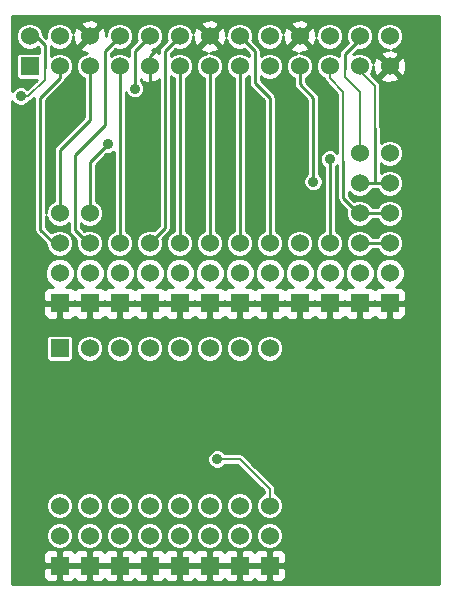
<source format=gbl>
G04 (created by PCBNEW (2013-07-07 BZR 4022)-stable) date 11/15/2014 7:33:56 AM*
%MOIN*%
G04 Gerber Fmt 3.4, Leading zero omitted, Abs format*
%FSLAX34Y34*%
G01*
G70*
G90*
G04 APERTURE LIST*
%ADD10C,0.00590551*%
%ADD11R,0.06X0.06*%
%ADD12C,0.06*%
%ADD13C,0.035*%
%ADD14C,0.008*%
%ADD15C,0.01*%
G04 APERTURE END LIST*
G54D10*
G54D11*
X750Y-1850D03*
G54D12*
X750Y-850D03*
X1750Y-1850D03*
X1750Y-850D03*
X2750Y-1850D03*
X2750Y-850D03*
X3750Y-1850D03*
X3750Y-850D03*
X4750Y-1850D03*
X4750Y-850D03*
X5750Y-1850D03*
X5750Y-850D03*
X6750Y-1850D03*
X6750Y-850D03*
X7750Y-1850D03*
X7750Y-850D03*
X8750Y-1850D03*
X8750Y-850D03*
X9750Y-1850D03*
X9750Y-850D03*
X10750Y-1850D03*
X10750Y-850D03*
X11750Y-1850D03*
X11750Y-850D03*
X12750Y-1850D03*
X12750Y-850D03*
G54D11*
X3750Y-9750D03*
G54D12*
X3750Y-8750D03*
X3750Y-7750D03*
G54D11*
X6750Y-9750D03*
G54D12*
X6750Y-8750D03*
X6750Y-7750D03*
G54D11*
X7750Y-9750D03*
G54D12*
X7750Y-8750D03*
X7750Y-7750D03*
G54D11*
X5750Y-9750D03*
G54D12*
X5750Y-8750D03*
X5750Y-7750D03*
G54D11*
X8750Y-9750D03*
G54D12*
X8750Y-8750D03*
X8750Y-7750D03*
G54D11*
X9750Y-9750D03*
G54D12*
X9750Y-8750D03*
X9750Y-7750D03*
G54D11*
X10750Y-9750D03*
G54D12*
X10750Y-8750D03*
X10750Y-7750D03*
G54D11*
X4750Y-9750D03*
G54D12*
X4750Y-8750D03*
X4750Y-7750D03*
G54D11*
X11750Y-9750D03*
G54D12*
X11750Y-8750D03*
X11750Y-7750D03*
X11750Y-6750D03*
X11750Y-5750D03*
X11750Y-4750D03*
G54D11*
X12750Y-9750D03*
G54D12*
X12750Y-8750D03*
X12750Y-7750D03*
X12750Y-6750D03*
X12750Y-5750D03*
X12750Y-4750D03*
G54D11*
X1750Y-9750D03*
G54D12*
X1750Y-8750D03*
X1750Y-7750D03*
X1750Y-6750D03*
G54D11*
X2750Y-9750D03*
G54D12*
X2750Y-8750D03*
X2750Y-7750D03*
X2750Y-6750D03*
X6750Y-11250D03*
X5750Y-11250D03*
G54D11*
X1750Y-11250D03*
G54D12*
X2750Y-11250D03*
X3750Y-11250D03*
X4750Y-11250D03*
X7750Y-11250D03*
X8750Y-11250D03*
G54D11*
X8750Y-18500D03*
G54D12*
X8750Y-17500D03*
X8750Y-16500D03*
G54D11*
X7750Y-18500D03*
G54D12*
X7750Y-17500D03*
X7750Y-16500D03*
G54D11*
X6750Y-18500D03*
G54D12*
X6750Y-17500D03*
X6750Y-16500D03*
G54D11*
X5750Y-18500D03*
G54D12*
X5750Y-17500D03*
X5750Y-16500D03*
G54D11*
X4750Y-18500D03*
G54D12*
X4750Y-17500D03*
X4750Y-16500D03*
G54D11*
X3750Y-18500D03*
G54D12*
X3750Y-17500D03*
X3750Y-16500D03*
G54D11*
X2750Y-18500D03*
G54D12*
X2750Y-17500D03*
X2750Y-16500D03*
G54D11*
X1750Y-18500D03*
G54D12*
X1750Y-17500D03*
X1750Y-16500D03*
G54D13*
X450Y-2850D03*
X10750Y-4950D03*
X4250Y-2600D03*
X3350Y-4450D03*
X10200Y-5700D03*
X3750Y-14850D03*
X7000Y-14950D03*
G54D14*
X1250Y-1900D02*
X1250Y-2300D01*
X1250Y-2300D02*
X700Y-2850D01*
X700Y-2850D02*
X450Y-2850D01*
G54D15*
X750Y-850D02*
X950Y-850D01*
X1250Y-1150D02*
X1250Y-1900D01*
X950Y-850D02*
X1250Y-1150D01*
X5750Y-7750D02*
X5750Y-1850D01*
X5250Y-1350D02*
X5250Y-7250D01*
X5250Y-7250D02*
X4750Y-7750D01*
X5250Y-1350D02*
X5750Y-850D01*
X7750Y-7750D02*
X7750Y-1850D01*
X8750Y-7750D02*
X8750Y-2900D01*
X8250Y-1350D02*
X7750Y-850D01*
X8250Y-2400D02*
X8250Y-1350D01*
X8750Y-2900D02*
X8250Y-2400D01*
X10750Y-4950D02*
X10750Y-7750D01*
X6750Y-7750D02*
X6750Y-1850D01*
X3750Y-1850D02*
X3750Y-7750D01*
X4250Y-2600D02*
X4250Y-1350D01*
X4250Y-1350D02*
X4750Y-850D01*
X2750Y-6750D02*
X2750Y-5050D01*
X2750Y-5050D02*
X3350Y-4450D01*
X1750Y-6750D02*
X1750Y-4647D01*
X2750Y-3647D02*
X2750Y-1850D01*
X1750Y-4647D02*
X2750Y-3647D01*
X1750Y-7750D02*
X1550Y-7750D01*
X1750Y-2250D02*
X1750Y-1850D01*
X1100Y-2900D02*
X1750Y-2250D01*
X1100Y-7300D02*
X1100Y-2900D01*
X1550Y-7750D02*
X1100Y-7300D01*
G54D14*
X11250Y-1950D02*
X11250Y-2200D01*
X11750Y-2700D02*
X11750Y-4750D01*
X11250Y-2200D02*
X11750Y-2700D01*
G54D15*
X11750Y-850D02*
X11750Y-950D01*
X11250Y-1450D02*
X11250Y-1950D01*
X11750Y-950D02*
X11250Y-1450D01*
G54D14*
X11200Y-5000D02*
X11200Y-2700D01*
X10750Y-2250D02*
X10750Y-1850D01*
X11200Y-2700D02*
X10750Y-2250D01*
G54D15*
X12750Y-6750D02*
X11750Y-6750D01*
X11750Y-6750D02*
X11700Y-6750D01*
X11200Y-6250D02*
X11200Y-5000D01*
X11700Y-6750D02*
X11200Y-6250D01*
X9750Y-1850D02*
X9750Y-2450D01*
X10200Y-2900D02*
X10200Y-5700D01*
X9750Y-2450D02*
X10200Y-2900D01*
X12750Y-7750D02*
X11750Y-7750D01*
G54D14*
X11750Y-1850D02*
X11750Y-2000D01*
X12250Y-2500D02*
X12250Y-3900D01*
X11750Y-2000D02*
X12250Y-2500D01*
G54D15*
X12250Y-5750D02*
X12250Y-3900D01*
X11750Y-5750D02*
X12250Y-5750D01*
X12250Y-5750D02*
X12750Y-5750D01*
X2750Y-7750D02*
X2700Y-7750D01*
X3250Y-1350D02*
X3750Y-850D01*
X3250Y-3800D02*
X3250Y-1350D01*
X2250Y-4800D02*
X3250Y-3800D01*
X2250Y-7300D02*
X2250Y-4800D01*
X2700Y-7750D02*
X2250Y-7300D01*
X4750Y-1850D02*
X4750Y-2750D01*
X4750Y-2750D02*
X4850Y-2850D01*
X4750Y-1850D02*
X4750Y-1500D01*
X4750Y-1500D02*
X4950Y-1300D01*
G54D14*
X8750Y-16500D02*
X8750Y-15950D01*
X7750Y-14950D02*
X7000Y-14950D01*
X8750Y-15950D02*
X7750Y-14950D01*
G54D10*
G36*
X4826Y-1855D02*
X4755Y-1926D01*
X4750Y-1920D01*
X4744Y-1926D01*
X4673Y-1855D01*
X4679Y-1850D01*
X4673Y-1844D01*
X4744Y-1773D01*
X4750Y-1779D01*
X4755Y-1773D01*
X4826Y-1844D01*
X4820Y-1850D01*
X4826Y-1855D01*
X4826Y-1855D01*
G37*
G54D15*
X4826Y-1855D02*
X4755Y-1926D01*
X4750Y-1920D01*
X4744Y-1926D01*
X4673Y-1855D01*
X4679Y-1850D01*
X4673Y-1844D01*
X4744Y-1773D01*
X4750Y-1779D01*
X4755Y-1773D01*
X4826Y-1844D01*
X4820Y-1850D01*
X4826Y-1855D01*
G54D10*
G36*
X14397Y-19121D02*
X13304Y-19121D01*
X13304Y-1931D01*
X13293Y-1713D01*
X13231Y-1562D01*
X13200Y-1553D01*
X13200Y-760D01*
X13131Y-595D01*
X13005Y-468D01*
X12839Y-400D01*
X12660Y-399D01*
X12495Y-468D01*
X12368Y-594D01*
X12300Y-760D01*
X12299Y-939D01*
X12368Y-1104D01*
X12494Y-1231D01*
X12660Y-1299D01*
X12736Y-1299D01*
X12613Y-1306D01*
X12462Y-1368D01*
X12434Y-1464D01*
X12750Y-1779D01*
X13065Y-1464D01*
X13037Y-1368D01*
X12842Y-1298D01*
X13004Y-1231D01*
X13131Y-1105D01*
X13199Y-939D01*
X13200Y-760D01*
X13200Y-1553D01*
X13135Y-1534D01*
X12820Y-1850D01*
X13135Y-2165D01*
X13231Y-2137D01*
X13304Y-1931D01*
X13304Y-19121D01*
X13300Y-19121D01*
X13300Y-10099D01*
X13300Y-9400D01*
X13262Y-9308D01*
X13191Y-9238D01*
X13099Y-9200D01*
X13000Y-9199D01*
X12970Y-9199D01*
X13032Y-9174D01*
X13173Y-9033D01*
X13249Y-8849D01*
X13250Y-8650D01*
X13200Y-8529D01*
X13200Y-7660D01*
X13200Y-6660D01*
X13131Y-6495D01*
X13005Y-6368D01*
X12839Y-6300D01*
X12660Y-6299D01*
X12495Y-6368D01*
X12368Y-6494D01*
X12345Y-6550D01*
X12154Y-6550D01*
X12131Y-6495D01*
X12005Y-6368D01*
X11839Y-6300D01*
X11660Y-6299D01*
X11570Y-6337D01*
X11400Y-6167D01*
X11400Y-6036D01*
X11494Y-6131D01*
X11660Y-6199D01*
X11839Y-6200D01*
X12004Y-6131D01*
X12131Y-6005D01*
X12154Y-5950D01*
X12250Y-5950D01*
X12345Y-5950D01*
X12368Y-6004D01*
X12494Y-6131D01*
X12660Y-6199D01*
X12839Y-6200D01*
X13004Y-6131D01*
X13131Y-6005D01*
X13199Y-5839D01*
X13200Y-5660D01*
X13131Y-5495D01*
X13005Y-5368D01*
X12839Y-5300D01*
X12660Y-5299D01*
X12495Y-5368D01*
X12450Y-5413D01*
X12450Y-5086D01*
X12494Y-5131D01*
X12660Y-5199D01*
X12839Y-5200D01*
X13004Y-5131D01*
X13131Y-5005D01*
X13199Y-4839D01*
X13200Y-4660D01*
X13131Y-4495D01*
X13065Y-4428D01*
X13065Y-2235D01*
X12750Y-1920D01*
X12434Y-2235D01*
X12462Y-2331D01*
X12668Y-2404D01*
X12886Y-2393D01*
X13037Y-2331D01*
X13065Y-2235D01*
X13065Y-4428D01*
X13005Y-4368D01*
X12839Y-4300D01*
X12660Y-4299D01*
X12495Y-4368D01*
X12450Y-4413D01*
X12450Y-3900D01*
X12440Y-3849D01*
X12440Y-2500D01*
X12425Y-2427D01*
X12384Y-2365D01*
X12127Y-2108D01*
X12131Y-2105D01*
X12199Y-1939D01*
X12199Y-1863D01*
X12206Y-1986D01*
X12268Y-2137D01*
X12364Y-2165D01*
X12679Y-1850D01*
X12364Y-1534D01*
X12268Y-1562D01*
X12198Y-1757D01*
X12131Y-1595D01*
X12005Y-1468D01*
X11839Y-1400D01*
X11660Y-1399D01*
X11528Y-1454D01*
X11682Y-1299D01*
X11839Y-1300D01*
X12004Y-1231D01*
X12131Y-1105D01*
X12199Y-939D01*
X12200Y-760D01*
X12131Y-595D01*
X12005Y-468D01*
X11839Y-400D01*
X11660Y-399D01*
X11495Y-468D01*
X11368Y-594D01*
X11300Y-760D01*
X11299Y-939D01*
X11352Y-1065D01*
X11200Y-1217D01*
X11200Y-760D01*
X11131Y-595D01*
X11005Y-468D01*
X10839Y-400D01*
X10660Y-399D01*
X10495Y-468D01*
X10368Y-594D01*
X10300Y-760D01*
X10300Y-836D01*
X10293Y-713D01*
X10231Y-562D01*
X10135Y-534D01*
X10065Y-605D01*
X10065Y-464D01*
X10037Y-368D01*
X9831Y-295D01*
X9613Y-306D01*
X9462Y-368D01*
X9434Y-464D01*
X9750Y-779D01*
X10065Y-464D01*
X10065Y-605D01*
X9820Y-850D01*
X10135Y-1165D01*
X10231Y-1137D01*
X10301Y-942D01*
X10368Y-1104D01*
X10494Y-1231D01*
X10660Y-1299D01*
X10839Y-1300D01*
X11004Y-1231D01*
X11131Y-1105D01*
X11199Y-939D01*
X11200Y-760D01*
X11200Y-1217D01*
X11108Y-1308D01*
X11065Y-1373D01*
X11050Y-1450D01*
X11050Y-1513D01*
X11005Y-1468D01*
X10839Y-1400D01*
X10660Y-1399D01*
X10495Y-1468D01*
X10368Y-1594D01*
X10300Y-1760D01*
X10299Y-1939D01*
X10368Y-2104D01*
X10494Y-2231D01*
X10561Y-2259D01*
X10574Y-2322D01*
X10615Y-2384D01*
X11010Y-2778D01*
X11010Y-4750D01*
X10934Y-4674D01*
X10814Y-4625D01*
X10685Y-4624D01*
X10566Y-4674D01*
X10474Y-4765D01*
X10425Y-4885D01*
X10424Y-5014D01*
X10474Y-5133D01*
X10550Y-5209D01*
X10550Y-7345D01*
X10525Y-7356D01*
X10525Y-5635D01*
X10475Y-5516D01*
X10400Y-5440D01*
X10400Y-2900D01*
X10384Y-2823D01*
X10384Y-2823D01*
X10341Y-2758D01*
X9950Y-2367D01*
X9950Y-2254D01*
X10004Y-2231D01*
X10131Y-2105D01*
X10199Y-1939D01*
X10200Y-1760D01*
X10131Y-1595D01*
X10005Y-1468D01*
X9839Y-1400D01*
X9763Y-1400D01*
X9886Y-1393D01*
X10037Y-1331D01*
X10065Y-1235D01*
X9750Y-920D01*
X9679Y-991D01*
X9679Y-850D01*
X9364Y-534D01*
X9268Y-562D01*
X9198Y-757D01*
X9131Y-595D01*
X9005Y-468D01*
X8839Y-400D01*
X8660Y-399D01*
X8495Y-468D01*
X8368Y-594D01*
X8300Y-760D01*
X8299Y-939D01*
X8368Y-1104D01*
X8494Y-1231D01*
X8660Y-1299D01*
X8839Y-1300D01*
X9004Y-1231D01*
X9131Y-1105D01*
X9199Y-939D01*
X9199Y-863D01*
X9206Y-986D01*
X9268Y-1137D01*
X9364Y-1165D01*
X9679Y-850D01*
X9679Y-991D01*
X9434Y-1235D01*
X9462Y-1331D01*
X9657Y-1401D01*
X9495Y-1468D01*
X9368Y-1594D01*
X9300Y-1760D01*
X9299Y-1939D01*
X9368Y-2104D01*
X9494Y-2231D01*
X9550Y-2254D01*
X9550Y-2450D01*
X9565Y-2526D01*
X9608Y-2591D01*
X10000Y-2982D01*
X10000Y-5440D01*
X9924Y-5515D01*
X9875Y-5635D01*
X9874Y-5764D01*
X9924Y-5883D01*
X10015Y-5975D01*
X10135Y-6024D01*
X10264Y-6025D01*
X10383Y-5975D01*
X10475Y-5884D01*
X10524Y-5764D01*
X10525Y-5635D01*
X10525Y-7356D01*
X10495Y-7368D01*
X10368Y-7494D01*
X10300Y-7660D01*
X10299Y-7839D01*
X10368Y-8004D01*
X10494Y-8131D01*
X10660Y-8199D01*
X10839Y-8200D01*
X11004Y-8131D01*
X11131Y-8005D01*
X11199Y-7839D01*
X11200Y-7660D01*
X11131Y-7495D01*
X11005Y-7368D01*
X10950Y-7345D01*
X10950Y-5209D01*
X11000Y-5159D01*
X11000Y-6250D01*
X11015Y-6326D01*
X11058Y-6391D01*
X11308Y-6640D01*
X11300Y-6660D01*
X11299Y-6839D01*
X11368Y-7004D01*
X11494Y-7131D01*
X11660Y-7199D01*
X11839Y-7200D01*
X12004Y-7131D01*
X12131Y-7005D01*
X12154Y-6950D01*
X12345Y-6950D01*
X12368Y-7004D01*
X12494Y-7131D01*
X12660Y-7199D01*
X12839Y-7200D01*
X13004Y-7131D01*
X13131Y-7005D01*
X13199Y-6839D01*
X13200Y-6660D01*
X13200Y-7660D01*
X13131Y-7495D01*
X13005Y-7368D01*
X12839Y-7300D01*
X12660Y-7299D01*
X12495Y-7368D01*
X12368Y-7494D01*
X12345Y-7550D01*
X12154Y-7550D01*
X12131Y-7495D01*
X12005Y-7368D01*
X11839Y-7300D01*
X11660Y-7299D01*
X11495Y-7368D01*
X11368Y-7494D01*
X11300Y-7660D01*
X11299Y-7839D01*
X11368Y-8004D01*
X11494Y-8131D01*
X11660Y-8199D01*
X11839Y-8200D01*
X12004Y-8131D01*
X12131Y-8005D01*
X12154Y-7950D01*
X12345Y-7950D01*
X12368Y-8004D01*
X12494Y-8131D01*
X12660Y-8199D01*
X12839Y-8200D01*
X13004Y-8131D01*
X13131Y-8005D01*
X13199Y-7839D01*
X13200Y-7660D01*
X13200Y-8529D01*
X13174Y-8467D01*
X13033Y-8326D01*
X12849Y-8250D01*
X12650Y-8249D01*
X12467Y-8325D01*
X12326Y-8466D01*
X12250Y-8650D01*
X12249Y-8849D01*
X12325Y-9032D01*
X12466Y-9173D01*
X12529Y-9199D01*
X12499Y-9199D01*
X12400Y-9200D01*
X12308Y-9238D01*
X12250Y-9296D01*
X12191Y-9238D01*
X12099Y-9200D01*
X12000Y-9199D01*
X11970Y-9199D01*
X12032Y-9174D01*
X12173Y-9033D01*
X12249Y-8849D01*
X12250Y-8650D01*
X12174Y-8467D01*
X12033Y-8326D01*
X11849Y-8250D01*
X11650Y-8249D01*
X11467Y-8325D01*
X11326Y-8466D01*
X11250Y-8650D01*
X11249Y-8849D01*
X11325Y-9032D01*
X11466Y-9173D01*
X11529Y-9199D01*
X11499Y-9199D01*
X11400Y-9200D01*
X11308Y-9238D01*
X11250Y-9296D01*
X11191Y-9238D01*
X11099Y-9200D01*
X11000Y-9199D01*
X10970Y-9199D01*
X11032Y-9174D01*
X11173Y-9033D01*
X11249Y-8849D01*
X11250Y-8650D01*
X11174Y-8467D01*
X11033Y-8326D01*
X10849Y-8250D01*
X10650Y-8249D01*
X10467Y-8325D01*
X10326Y-8466D01*
X10250Y-8650D01*
X10249Y-8849D01*
X10325Y-9032D01*
X10466Y-9173D01*
X10529Y-9199D01*
X10499Y-9199D01*
X10400Y-9200D01*
X10308Y-9238D01*
X10250Y-9296D01*
X10191Y-9238D01*
X10099Y-9200D01*
X10000Y-9199D01*
X9970Y-9199D01*
X10032Y-9174D01*
X10173Y-9033D01*
X10249Y-8849D01*
X10250Y-8650D01*
X10200Y-8529D01*
X10200Y-7660D01*
X10131Y-7495D01*
X10005Y-7368D01*
X9839Y-7300D01*
X9660Y-7299D01*
X9495Y-7368D01*
X9368Y-7494D01*
X9300Y-7660D01*
X9299Y-7839D01*
X9368Y-8004D01*
X9494Y-8131D01*
X9660Y-8199D01*
X9839Y-8200D01*
X10004Y-8131D01*
X10131Y-8005D01*
X10199Y-7839D01*
X10200Y-7660D01*
X10200Y-8529D01*
X10174Y-8467D01*
X10033Y-8326D01*
X9849Y-8250D01*
X9650Y-8249D01*
X9467Y-8325D01*
X9326Y-8466D01*
X9250Y-8650D01*
X9249Y-8849D01*
X9325Y-9032D01*
X9466Y-9173D01*
X9529Y-9199D01*
X9499Y-9199D01*
X9400Y-9200D01*
X9308Y-9238D01*
X9250Y-9296D01*
X9191Y-9238D01*
X9099Y-9200D01*
X9000Y-9199D01*
X8970Y-9199D01*
X9032Y-9174D01*
X9173Y-9033D01*
X9249Y-8849D01*
X9250Y-8650D01*
X9200Y-8529D01*
X9200Y-7660D01*
X9131Y-7495D01*
X9005Y-7368D01*
X8950Y-7345D01*
X8950Y-2900D01*
X8937Y-2836D01*
X8934Y-2823D01*
X8934Y-2823D01*
X8891Y-2758D01*
X8450Y-2317D01*
X8450Y-2186D01*
X8494Y-2231D01*
X8660Y-2299D01*
X8839Y-2300D01*
X9004Y-2231D01*
X9131Y-2105D01*
X9199Y-1939D01*
X9200Y-1760D01*
X9131Y-1595D01*
X9005Y-1468D01*
X8839Y-1400D01*
X8660Y-1399D01*
X8495Y-1468D01*
X8450Y-1513D01*
X8450Y-1350D01*
X8437Y-1286D01*
X8434Y-1273D01*
X8434Y-1273D01*
X8391Y-1208D01*
X8177Y-994D01*
X8199Y-939D01*
X8200Y-760D01*
X8131Y-595D01*
X8005Y-468D01*
X7839Y-400D01*
X7660Y-399D01*
X7495Y-468D01*
X7368Y-594D01*
X7300Y-760D01*
X7300Y-836D01*
X7293Y-713D01*
X7231Y-562D01*
X7135Y-534D01*
X7065Y-605D01*
X7065Y-464D01*
X7037Y-368D01*
X6831Y-295D01*
X6613Y-306D01*
X6462Y-368D01*
X6434Y-464D01*
X6750Y-779D01*
X7065Y-464D01*
X7065Y-605D01*
X6820Y-850D01*
X7135Y-1165D01*
X7231Y-1137D01*
X7301Y-942D01*
X7368Y-1104D01*
X7494Y-1231D01*
X7660Y-1299D01*
X7839Y-1300D01*
X7894Y-1277D01*
X8050Y-1432D01*
X8050Y-1513D01*
X8005Y-1468D01*
X7839Y-1400D01*
X7660Y-1399D01*
X7495Y-1468D01*
X7368Y-1594D01*
X7300Y-1760D01*
X7299Y-1939D01*
X7368Y-2104D01*
X7494Y-2231D01*
X7550Y-2254D01*
X7550Y-7345D01*
X7495Y-7368D01*
X7368Y-7494D01*
X7300Y-7660D01*
X7299Y-7839D01*
X7368Y-8004D01*
X7494Y-8131D01*
X7660Y-8199D01*
X7839Y-8200D01*
X8004Y-8131D01*
X8131Y-8005D01*
X8199Y-7839D01*
X8200Y-7660D01*
X8131Y-7495D01*
X8005Y-7368D01*
X7950Y-7345D01*
X7950Y-2254D01*
X8004Y-2231D01*
X8050Y-2186D01*
X8050Y-2400D01*
X8065Y-2476D01*
X8108Y-2541D01*
X8550Y-2982D01*
X8550Y-7345D01*
X8495Y-7368D01*
X8368Y-7494D01*
X8300Y-7660D01*
X8299Y-7839D01*
X8368Y-8004D01*
X8494Y-8131D01*
X8660Y-8199D01*
X8839Y-8200D01*
X9004Y-8131D01*
X9131Y-8005D01*
X9199Y-7839D01*
X9200Y-7660D01*
X9200Y-8529D01*
X9174Y-8467D01*
X9033Y-8326D01*
X8849Y-8250D01*
X8650Y-8249D01*
X8467Y-8325D01*
X8326Y-8466D01*
X8250Y-8650D01*
X8249Y-8849D01*
X8325Y-9032D01*
X8466Y-9173D01*
X8529Y-9199D01*
X8499Y-9199D01*
X8400Y-9200D01*
X8308Y-9238D01*
X8250Y-9296D01*
X8191Y-9238D01*
X8099Y-9200D01*
X8000Y-9199D01*
X7970Y-9199D01*
X8032Y-9174D01*
X8173Y-9033D01*
X8249Y-8849D01*
X8250Y-8650D01*
X8174Y-8467D01*
X8033Y-8326D01*
X7849Y-8250D01*
X7650Y-8249D01*
X7467Y-8325D01*
X7326Y-8466D01*
X7250Y-8650D01*
X7249Y-8849D01*
X7325Y-9032D01*
X7466Y-9173D01*
X7529Y-9199D01*
X7499Y-9199D01*
X7400Y-9200D01*
X7308Y-9238D01*
X7250Y-9296D01*
X7191Y-9238D01*
X7099Y-9200D01*
X7000Y-9199D01*
X6970Y-9199D01*
X7032Y-9174D01*
X7173Y-9033D01*
X7249Y-8849D01*
X7250Y-8650D01*
X7200Y-8529D01*
X7200Y-7660D01*
X7131Y-7495D01*
X7005Y-7368D01*
X6950Y-7345D01*
X6950Y-2254D01*
X7004Y-2231D01*
X7131Y-2105D01*
X7199Y-1939D01*
X7200Y-1760D01*
X7131Y-1595D01*
X7005Y-1468D01*
X6839Y-1400D01*
X6763Y-1400D01*
X6886Y-1393D01*
X7037Y-1331D01*
X7065Y-1235D01*
X6750Y-920D01*
X6434Y-1235D01*
X6462Y-1331D01*
X6657Y-1401D01*
X6495Y-1468D01*
X6368Y-1594D01*
X6300Y-1760D01*
X6299Y-1939D01*
X6368Y-2104D01*
X6494Y-2231D01*
X6550Y-2254D01*
X6550Y-7345D01*
X6495Y-7368D01*
X6368Y-7494D01*
X6300Y-7660D01*
X6299Y-7839D01*
X6368Y-8004D01*
X6494Y-8131D01*
X6660Y-8199D01*
X6839Y-8200D01*
X7004Y-8131D01*
X7131Y-8005D01*
X7199Y-7839D01*
X7200Y-7660D01*
X7200Y-8529D01*
X7174Y-8467D01*
X7033Y-8326D01*
X6849Y-8250D01*
X6650Y-8249D01*
X6467Y-8325D01*
X6326Y-8466D01*
X6250Y-8650D01*
X6249Y-8849D01*
X6325Y-9032D01*
X6466Y-9173D01*
X6529Y-9199D01*
X6499Y-9199D01*
X6400Y-9200D01*
X6308Y-9238D01*
X6250Y-9296D01*
X6191Y-9238D01*
X6099Y-9200D01*
X6000Y-9199D01*
X5970Y-9199D01*
X6032Y-9174D01*
X6173Y-9033D01*
X6249Y-8849D01*
X6250Y-8650D01*
X6174Y-8467D01*
X6033Y-8326D01*
X5849Y-8250D01*
X5650Y-8249D01*
X5467Y-8325D01*
X5326Y-8466D01*
X5250Y-8650D01*
X5249Y-8849D01*
X5325Y-9032D01*
X5466Y-9173D01*
X5529Y-9199D01*
X5499Y-9199D01*
X5400Y-9200D01*
X5308Y-9238D01*
X5250Y-9296D01*
X5191Y-9238D01*
X5099Y-9200D01*
X5000Y-9199D01*
X4970Y-9199D01*
X5032Y-9174D01*
X5173Y-9033D01*
X5249Y-8849D01*
X5250Y-8650D01*
X5174Y-8467D01*
X5033Y-8326D01*
X4849Y-8250D01*
X4650Y-8249D01*
X4467Y-8325D01*
X4326Y-8466D01*
X4250Y-8650D01*
X4249Y-8849D01*
X4325Y-9032D01*
X4466Y-9173D01*
X4529Y-9199D01*
X4499Y-9199D01*
X4400Y-9200D01*
X4308Y-9238D01*
X4250Y-9296D01*
X4191Y-9238D01*
X4099Y-9200D01*
X4000Y-9199D01*
X3970Y-9199D01*
X4032Y-9174D01*
X4173Y-9033D01*
X4249Y-8849D01*
X4250Y-8650D01*
X4174Y-8467D01*
X4033Y-8326D01*
X3849Y-8250D01*
X3650Y-8249D01*
X3467Y-8325D01*
X3326Y-8466D01*
X3250Y-8650D01*
X3249Y-8849D01*
X3325Y-9032D01*
X3466Y-9173D01*
X3529Y-9199D01*
X3499Y-9199D01*
X3400Y-9200D01*
X3308Y-9238D01*
X3250Y-9296D01*
X3191Y-9238D01*
X3099Y-9200D01*
X3000Y-9199D01*
X2970Y-9199D01*
X3032Y-9174D01*
X3173Y-9033D01*
X3249Y-8849D01*
X3250Y-8650D01*
X3174Y-8467D01*
X3033Y-8326D01*
X2849Y-8250D01*
X2650Y-8249D01*
X2467Y-8325D01*
X2326Y-8466D01*
X2250Y-8650D01*
X2249Y-8849D01*
X2325Y-9032D01*
X2466Y-9173D01*
X2529Y-9199D01*
X2499Y-9199D01*
X2400Y-9200D01*
X2308Y-9238D01*
X2250Y-9296D01*
X2191Y-9237D01*
X2099Y-9199D01*
X1970Y-9199D01*
X2032Y-9174D01*
X2173Y-9033D01*
X2249Y-8849D01*
X2250Y-8650D01*
X2174Y-8467D01*
X2033Y-8326D01*
X1849Y-8250D01*
X1650Y-8249D01*
X1467Y-8325D01*
X1326Y-8466D01*
X1250Y-8650D01*
X1249Y-8849D01*
X1325Y-9032D01*
X1466Y-9173D01*
X1529Y-9199D01*
X1400Y-9199D01*
X1308Y-9237D01*
X1238Y-9308D01*
X1200Y-9400D01*
X1199Y-9499D01*
X1200Y-9637D01*
X1262Y-9700D01*
X1700Y-9700D01*
X1700Y-9692D01*
X1800Y-9692D01*
X1800Y-9700D01*
X2237Y-9700D01*
X2250Y-9687D01*
X2262Y-9700D01*
X2700Y-9700D01*
X2700Y-9692D01*
X2800Y-9692D01*
X2800Y-9700D01*
X3237Y-9700D01*
X3250Y-9687D01*
X3262Y-9700D01*
X3700Y-9700D01*
X3700Y-9692D01*
X3800Y-9692D01*
X3800Y-9700D01*
X4237Y-9700D01*
X4250Y-9687D01*
X4262Y-9700D01*
X4700Y-9700D01*
X4700Y-9692D01*
X4800Y-9692D01*
X4800Y-9700D01*
X5237Y-9700D01*
X5250Y-9687D01*
X5262Y-9700D01*
X5700Y-9700D01*
X5700Y-9692D01*
X5800Y-9692D01*
X5800Y-9700D01*
X6237Y-9700D01*
X6250Y-9687D01*
X6262Y-9700D01*
X6700Y-9700D01*
X6700Y-9692D01*
X6800Y-9692D01*
X6800Y-9700D01*
X7237Y-9700D01*
X7250Y-9687D01*
X7262Y-9700D01*
X7700Y-9700D01*
X7700Y-9692D01*
X7800Y-9692D01*
X7800Y-9700D01*
X8237Y-9700D01*
X8250Y-9687D01*
X8262Y-9700D01*
X8700Y-9700D01*
X8700Y-9692D01*
X8800Y-9692D01*
X8800Y-9700D01*
X9237Y-9700D01*
X9250Y-9687D01*
X9262Y-9700D01*
X9700Y-9700D01*
X9700Y-9692D01*
X9800Y-9692D01*
X9800Y-9700D01*
X10237Y-9700D01*
X10250Y-9687D01*
X10262Y-9700D01*
X10700Y-9700D01*
X10700Y-9692D01*
X10800Y-9692D01*
X10800Y-9700D01*
X11237Y-9700D01*
X11250Y-9687D01*
X11262Y-9700D01*
X11700Y-9700D01*
X11700Y-9692D01*
X11800Y-9692D01*
X11800Y-9700D01*
X12237Y-9700D01*
X12250Y-9687D01*
X12262Y-9700D01*
X12700Y-9700D01*
X12700Y-9692D01*
X12800Y-9692D01*
X12800Y-9700D01*
X13237Y-9700D01*
X13300Y-9637D01*
X13300Y-9400D01*
X13300Y-10099D01*
X13300Y-9862D01*
X13237Y-9800D01*
X12800Y-9800D01*
X12800Y-10237D01*
X12862Y-10300D01*
X13000Y-10300D01*
X13099Y-10299D01*
X13191Y-10261D01*
X13262Y-10191D01*
X13300Y-10099D01*
X13300Y-19121D01*
X12700Y-19121D01*
X12700Y-10237D01*
X12700Y-9800D01*
X12262Y-9800D01*
X12250Y-9812D01*
X12237Y-9800D01*
X11800Y-9800D01*
X11800Y-10237D01*
X11862Y-10300D01*
X12000Y-10300D01*
X12099Y-10299D01*
X12191Y-10261D01*
X12250Y-10203D01*
X12308Y-10261D01*
X12400Y-10299D01*
X12499Y-10300D01*
X12637Y-10300D01*
X12700Y-10237D01*
X12700Y-19121D01*
X11700Y-19121D01*
X11700Y-10237D01*
X11700Y-9800D01*
X11262Y-9800D01*
X11250Y-9812D01*
X11237Y-9800D01*
X10800Y-9800D01*
X10800Y-10237D01*
X10862Y-10300D01*
X11000Y-10300D01*
X11099Y-10299D01*
X11191Y-10261D01*
X11250Y-10203D01*
X11308Y-10261D01*
X11400Y-10299D01*
X11499Y-10300D01*
X11637Y-10300D01*
X11700Y-10237D01*
X11700Y-19121D01*
X10700Y-19121D01*
X10700Y-10237D01*
X10700Y-9800D01*
X10262Y-9800D01*
X10250Y-9812D01*
X10237Y-9800D01*
X9800Y-9800D01*
X9800Y-10237D01*
X9862Y-10300D01*
X10000Y-10300D01*
X10099Y-10299D01*
X10191Y-10261D01*
X10250Y-10203D01*
X10308Y-10261D01*
X10400Y-10299D01*
X10499Y-10300D01*
X10637Y-10300D01*
X10700Y-10237D01*
X10700Y-19121D01*
X9700Y-19121D01*
X9700Y-10237D01*
X9700Y-9800D01*
X9262Y-9800D01*
X9250Y-9812D01*
X9237Y-9800D01*
X8800Y-9800D01*
X8800Y-10237D01*
X8862Y-10300D01*
X9000Y-10300D01*
X9099Y-10299D01*
X9191Y-10261D01*
X9250Y-10203D01*
X9308Y-10261D01*
X9400Y-10299D01*
X9499Y-10300D01*
X9637Y-10300D01*
X9700Y-10237D01*
X9700Y-19121D01*
X9300Y-19121D01*
X9300Y-18849D01*
X9300Y-18150D01*
X9262Y-18058D01*
X9200Y-17996D01*
X9200Y-17410D01*
X9200Y-16410D01*
X9200Y-11160D01*
X9131Y-10995D01*
X9005Y-10868D01*
X8839Y-10800D01*
X8700Y-10799D01*
X8700Y-10237D01*
X8700Y-9800D01*
X8262Y-9800D01*
X8250Y-9812D01*
X8237Y-9800D01*
X7800Y-9800D01*
X7800Y-10237D01*
X7862Y-10300D01*
X8000Y-10300D01*
X8099Y-10299D01*
X8191Y-10261D01*
X8250Y-10203D01*
X8308Y-10261D01*
X8400Y-10299D01*
X8499Y-10300D01*
X8637Y-10300D01*
X8700Y-10237D01*
X8700Y-10799D01*
X8660Y-10799D01*
X8495Y-10868D01*
X8368Y-10994D01*
X8300Y-11160D01*
X8299Y-11339D01*
X8368Y-11504D01*
X8494Y-11631D01*
X8660Y-11699D01*
X8839Y-11700D01*
X9004Y-11631D01*
X9131Y-11505D01*
X9199Y-11339D01*
X9200Y-11160D01*
X9200Y-16410D01*
X9131Y-16245D01*
X9005Y-16118D01*
X8940Y-16091D01*
X8940Y-15950D01*
X8925Y-15877D01*
X8884Y-15815D01*
X8884Y-15815D01*
X8200Y-15131D01*
X8200Y-11160D01*
X8131Y-10995D01*
X8005Y-10868D01*
X7839Y-10800D01*
X7700Y-10799D01*
X7700Y-10237D01*
X7700Y-9800D01*
X7262Y-9800D01*
X7250Y-9812D01*
X7237Y-9800D01*
X6800Y-9800D01*
X6800Y-10237D01*
X6862Y-10300D01*
X7000Y-10300D01*
X7099Y-10299D01*
X7191Y-10261D01*
X7250Y-10203D01*
X7308Y-10261D01*
X7400Y-10299D01*
X7499Y-10300D01*
X7637Y-10300D01*
X7700Y-10237D01*
X7700Y-10799D01*
X7660Y-10799D01*
X7495Y-10868D01*
X7368Y-10994D01*
X7300Y-11160D01*
X7299Y-11339D01*
X7368Y-11504D01*
X7494Y-11631D01*
X7660Y-11699D01*
X7839Y-11700D01*
X8004Y-11631D01*
X8131Y-11505D01*
X8199Y-11339D01*
X8200Y-11160D01*
X8200Y-15131D01*
X7884Y-14815D01*
X7822Y-14774D01*
X7750Y-14760D01*
X7269Y-14760D01*
X7200Y-14690D01*
X7200Y-11160D01*
X7131Y-10995D01*
X7005Y-10868D01*
X6839Y-10800D01*
X6700Y-10799D01*
X6700Y-10237D01*
X6700Y-9800D01*
X6262Y-9800D01*
X6250Y-9812D01*
X6237Y-9800D01*
X5800Y-9800D01*
X5800Y-10237D01*
X5862Y-10300D01*
X6000Y-10300D01*
X6099Y-10299D01*
X6191Y-10261D01*
X6250Y-10203D01*
X6308Y-10261D01*
X6400Y-10299D01*
X6499Y-10300D01*
X6637Y-10300D01*
X6700Y-10237D01*
X6700Y-10799D01*
X6660Y-10799D01*
X6495Y-10868D01*
X6368Y-10994D01*
X6300Y-11160D01*
X6299Y-11339D01*
X6368Y-11504D01*
X6494Y-11631D01*
X6660Y-11699D01*
X6839Y-11700D01*
X7004Y-11631D01*
X7131Y-11505D01*
X7199Y-11339D01*
X7200Y-11160D01*
X7200Y-14690D01*
X7184Y-14674D01*
X7064Y-14625D01*
X6935Y-14624D01*
X6816Y-14674D01*
X6724Y-14765D01*
X6675Y-14885D01*
X6674Y-15014D01*
X6724Y-15133D01*
X6815Y-15225D01*
X6935Y-15274D01*
X7064Y-15275D01*
X7183Y-15225D01*
X7269Y-15140D01*
X7671Y-15140D01*
X8560Y-16028D01*
X8560Y-16091D01*
X8495Y-16118D01*
X8368Y-16244D01*
X8300Y-16410D01*
X8299Y-16589D01*
X8368Y-16754D01*
X8494Y-16881D01*
X8660Y-16949D01*
X8839Y-16950D01*
X9004Y-16881D01*
X9131Y-16755D01*
X9199Y-16589D01*
X9200Y-16410D01*
X9200Y-17410D01*
X9131Y-17245D01*
X9005Y-17118D01*
X8839Y-17050D01*
X8660Y-17049D01*
X8495Y-17118D01*
X8368Y-17244D01*
X8300Y-17410D01*
X8299Y-17589D01*
X8368Y-17754D01*
X8494Y-17881D01*
X8660Y-17949D01*
X8839Y-17950D01*
X9004Y-17881D01*
X9131Y-17755D01*
X9199Y-17589D01*
X9200Y-17410D01*
X9200Y-17996D01*
X9191Y-17988D01*
X9099Y-17950D01*
X9000Y-17949D01*
X8862Y-17950D01*
X8800Y-18012D01*
X8800Y-18450D01*
X9237Y-18450D01*
X9300Y-18387D01*
X9300Y-18150D01*
X9300Y-18849D01*
X9300Y-18612D01*
X9237Y-18550D01*
X8800Y-18550D01*
X8800Y-18987D01*
X8862Y-19050D01*
X9000Y-19050D01*
X9099Y-19049D01*
X9191Y-19011D01*
X9262Y-18941D01*
X9300Y-18849D01*
X9300Y-19121D01*
X8700Y-19121D01*
X8700Y-18987D01*
X8700Y-18550D01*
X8700Y-18450D01*
X8700Y-18012D01*
X8637Y-17950D01*
X8499Y-17949D01*
X8400Y-17950D01*
X8308Y-17988D01*
X8250Y-18046D01*
X8200Y-17996D01*
X8200Y-17410D01*
X8200Y-16410D01*
X8131Y-16245D01*
X8005Y-16118D01*
X7839Y-16050D01*
X7660Y-16049D01*
X7495Y-16118D01*
X7368Y-16244D01*
X7300Y-16410D01*
X7299Y-16589D01*
X7368Y-16754D01*
X7494Y-16881D01*
X7660Y-16949D01*
X7839Y-16950D01*
X8004Y-16881D01*
X8131Y-16755D01*
X8199Y-16589D01*
X8200Y-16410D01*
X8200Y-17410D01*
X8131Y-17245D01*
X8005Y-17118D01*
X7839Y-17050D01*
X7660Y-17049D01*
X7495Y-17118D01*
X7368Y-17244D01*
X7300Y-17410D01*
X7299Y-17589D01*
X7368Y-17754D01*
X7494Y-17881D01*
X7660Y-17949D01*
X7839Y-17950D01*
X8004Y-17881D01*
X8131Y-17755D01*
X8199Y-17589D01*
X8200Y-17410D01*
X8200Y-17996D01*
X8191Y-17988D01*
X8099Y-17950D01*
X8000Y-17949D01*
X7862Y-17950D01*
X7800Y-18012D01*
X7800Y-18450D01*
X8237Y-18450D01*
X8250Y-18437D01*
X8262Y-18450D01*
X8700Y-18450D01*
X8700Y-18550D01*
X8262Y-18550D01*
X8250Y-18562D01*
X8237Y-18550D01*
X7800Y-18550D01*
X7800Y-18987D01*
X7862Y-19050D01*
X8000Y-19050D01*
X8099Y-19049D01*
X8191Y-19011D01*
X8250Y-18953D01*
X8308Y-19011D01*
X8400Y-19049D01*
X8499Y-19050D01*
X8637Y-19050D01*
X8700Y-18987D01*
X8700Y-19121D01*
X7700Y-19121D01*
X7700Y-18987D01*
X7700Y-18550D01*
X7700Y-18450D01*
X7700Y-18012D01*
X7637Y-17950D01*
X7499Y-17949D01*
X7400Y-17950D01*
X7308Y-17988D01*
X7250Y-18046D01*
X7200Y-17996D01*
X7200Y-17410D01*
X7200Y-16410D01*
X7131Y-16245D01*
X7005Y-16118D01*
X6839Y-16050D01*
X6660Y-16049D01*
X6495Y-16118D01*
X6368Y-16244D01*
X6300Y-16410D01*
X6299Y-16589D01*
X6368Y-16754D01*
X6494Y-16881D01*
X6660Y-16949D01*
X6839Y-16950D01*
X7004Y-16881D01*
X7131Y-16755D01*
X7199Y-16589D01*
X7200Y-16410D01*
X7200Y-17410D01*
X7131Y-17245D01*
X7005Y-17118D01*
X6839Y-17050D01*
X6660Y-17049D01*
X6495Y-17118D01*
X6368Y-17244D01*
X6300Y-17410D01*
X6299Y-17589D01*
X6368Y-17754D01*
X6494Y-17881D01*
X6660Y-17949D01*
X6839Y-17950D01*
X7004Y-17881D01*
X7131Y-17755D01*
X7199Y-17589D01*
X7200Y-17410D01*
X7200Y-17996D01*
X7191Y-17988D01*
X7099Y-17950D01*
X7000Y-17949D01*
X6862Y-17950D01*
X6800Y-18012D01*
X6800Y-18450D01*
X7237Y-18450D01*
X7250Y-18437D01*
X7262Y-18450D01*
X7700Y-18450D01*
X7700Y-18550D01*
X7262Y-18550D01*
X7250Y-18562D01*
X7237Y-18550D01*
X6800Y-18550D01*
X6800Y-18987D01*
X6862Y-19050D01*
X7000Y-19050D01*
X7099Y-19049D01*
X7191Y-19011D01*
X7250Y-18953D01*
X7308Y-19011D01*
X7400Y-19049D01*
X7499Y-19050D01*
X7637Y-19050D01*
X7700Y-18987D01*
X7700Y-19121D01*
X6700Y-19121D01*
X6700Y-18987D01*
X6700Y-18550D01*
X6700Y-18450D01*
X6700Y-18012D01*
X6637Y-17950D01*
X6499Y-17949D01*
X6400Y-17950D01*
X6308Y-17988D01*
X6250Y-18046D01*
X6200Y-17996D01*
X6200Y-17410D01*
X6200Y-16410D01*
X6200Y-11160D01*
X6131Y-10995D01*
X6005Y-10868D01*
X5839Y-10800D01*
X5700Y-10799D01*
X5700Y-10237D01*
X5700Y-9800D01*
X5262Y-9800D01*
X5250Y-9812D01*
X5237Y-9800D01*
X4800Y-9800D01*
X4800Y-10237D01*
X4862Y-10300D01*
X5000Y-10300D01*
X5099Y-10299D01*
X5191Y-10261D01*
X5250Y-10203D01*
X5308Y-10261D01*
X5400Y-10299D01*
X5499Y-10300D01*
X5637Y-10300D01*
X5700Y-10237D01*
X5700Y-10799D01*
X5660Y-10799D01*
X5495Y-10868D01*
X5368Y-10994D01*
X5300Y-11160D01*
X5299Y-11339D01*
X5368Y-11504D01*
X5494Y-11631D01*
X5660Y-11699D01*
X5839Y-11700D01*
X6004Y-11631D01*
X6131Y-11505D01*
X6199Y-11339D01*
X6200Y-11160D01*
X6200Y-16410D01*
X6131Y-16245D01*
X6005Y-16118D01*
X5839Y-16050D01*
X5660Y-16049D01*
X5495Y-16118D01*
X5368Y-16244D01*
X5300Y-16410D01*
X5299Y-16589D01*
X5368Y-16754D01*
X5494Y-16881D01*
X5660Y-16949D01*
X5839Y-16950D01*
X6004Y-16881D01*
X6131Y-16755D01*
X6199Y-16589D01*
X6200Y-16410D01*
X6200Y-17410D01*
X6131Y-17245D01*
X6005Y-17118D01*
X5839Y-17050D01*
X5660Y-17049D01*
X5495Y-17118D01*
X5368Y-17244D01*
X5300Y-17410D01*
X5299Y-17589D01*
X5368Y-17754D01*
X5494Y-17881D01*
X5660Y-17949D01*
X5839Y-17950D01*
X6004Y-17881D01*
X6131Y-17755D01*
X6199Y-17589D01*
X6200Y-17410D01*
X6200Y-17996D01*
X6191Y-17988D01*
X6099Y-17950D01*
X6000Y-17949D01*
X5862Y-17950D01*
X5800Y-18012D01*
X5800Y-18450D01*
X6237Y-18450D01*
X6250Y-18437D01*
X6262Y-18450D01*
X6700Y-18450D01*
X6700Y-18550D01*
X6262Y-18550D01*
X6250Y-18562D01*
X6237Y-18550D01*
X5800Y-18550D01*
X5800Y-18987D01*
X5862Y-19050D01*
X6000Y-19050D01*
X6099Y-19049D01*
X6191Y-19011D01*
X6250Y-18953D01*
X6308Y-19011D01*
X6400Y-19049D01*
X6499Y-19050D01*
X6637Y-19050D01*
X6700Y-18987D01*
X6700Y-19121D01*
X5700Y-19121D01*
X5700Y-18987D01*
X5700Y-18550D01*
X5700Y-18450D01*
X5700Y-18012D01*
X5637Y-17950D01*
X5499Y-17949D01*
X5400Y-17950D01*
X5308Y-17988D01*
X5250Y-18046D01*
X5200Y-17996D01*
X5200Y-17410D01*
X5200Y-16410D01*
X5200Y-11160D01*
X5131Y-10995D01*
X5005Y-10868D01*
X4839Y-10800D01*
X4700Y-10799D01*
X4700Y-10237D01*
X4700Y-9800D01*
X4262Y-9800D01*
X4250Y-9812D01*
X4237Y-9800D01*
X3800Y-9800D01*
X3800Y-10237D01*
X3862Y-10300D01*
X4000Y-10300D01*
X4099Y-10299D01*
X4191Y-10261D01*
X4250Y-10203D01*
X4308Y-10261D01*
X4400Y-10299D01*
X4499Y-10300D01*
X4637Y-10300D01*
X4700Y-10237D01*
X4700Y-10799D01*
X4660Y-10799D01*
X4495Y-10868D01*
X4368Y-10994D01*
X4300Y-11160D01*
X4299Y-11339D01*
X4368Y-11504D01*
X4494Y-11631D01*
X4660Y-11699D01*
X4839Y-11700D01*
X5004Y-11631D01*
X5131Y-11505D01*
X5199Y-11339D01*
X5200Y-11160D01*
X5200Y-16410D01*
X5131Y-16245D01*
X5005Y-16118D01*
X4839Y-16050D01*
X4660Y-16049D01*
X4495Y-16118D01*
X4368Y-16244D01*
X4300Y-16410D01*
X4299Y-16589D01*
X4368Y-16754D01*
X4494Y-16881D01*
X4660Y-16949D01*
X4839Y-16950D01*
X5004Y-16881D01*
X5131Y-16755D01*
X5199Y-16589D01*
X5200Y-16410D01*
X5200Y-17410D01*
X5131Y-17245D01*
X5005Y-17118D01*
X4839Y-17050D01*
X4660Y-17049D01*
X4495Y-17118D01*
X4368Y-17244D01*
X4300Y-17410D01*
X4299Y-17589D01*
X4368Y-17754D01*
X4494Y-17881D01*
X4660Y-17949D01*
X4839Y-17950D01*
X5004Y-17881D01*
X5131Y-17755D01*
X5199Y-17589D01*
X5200Y-17410D01*
X5200Y-17996D01*
X5191Y-17988D01*
X5099Y-17950D01*
X5000Y-17949D01*
X4862Y-17950D01*
X4800Y-18012D01*
X4800Y-18450D01*
X5237Y-18450D01*
X5250Y-18437D01*
X5262Y-18450D01*
X5700Y-18450D01*
X5700Y-18550D01*
X5262Y-18550D01*
X5250Y-18562D01*
X5237Y-18550D01*
X4800Y-18550D01*
X4800Y-18987D01*
X4862Y-19050D01*
X5000Y-19050D01*
X5099Y-19049D01*
X5191Y-19011D01*
X5250Y-18953D01*
X5308Y-19011D01*
X5400Y-19049D01*
X5499Y-19050D01*
X5637Y-19050D01*
X5700Y-18987D01*
X5700Y-19121D01*
X4700Y-19121D01*
X4700Y-18987D01*
X4700Y-18550D01*
X4700Y-18450D01*
X4700Y-18012D01*
X4637Y-17950D01*
X4499Y-17949D01*
X4400Y-17950D01*
X4308Y-17988D01*
X4250Y-18046D01*
X4200Y-17996D01*
X4200Y-17410D01*
X4200Y-16410D01*
X4200Y-11160D01*
X4131Y-10995D01*
X4005Y-10868D01*
X3839Y-10800D01*
X3700Y-10799D01*
X3700Y-10237D01*
X3700Y-9800D01*
X3262Y-9800D01*
X3250Y-9812D01*
X3237Y-9800D01*
X2800Y-9800D01*
X2800Y-10237D01*
X2862Y-10300D01*
X3000Y-10300D01*
X3099Y-10299D01*
X3191Y-10261D01*
X3250Y-10203D01*
X3308Y-10261D01*
X3400Y-10299D01*
X3499Y-10300D01*
X3637Y-10300D01*
X3700Y-10237D01*
X3700Y-10799D01*
X3660Y-10799D01*
X3495Y-10868D01*
X3368Y-10994D01*
X3300Y-11160D01*
X3299Y-11339D01*
X3368Y-11504D01*
X3494Y-11631D01*
X3660Y-11699D01*
X3839Y-11700D01*
X4004Y-11631D01*
X4131Y-11505D01*
X4199Y-11339D01*
X4200Y-11160D01*
X4200Y-16410D01*
X4131Y-16245D01*
X4005Y-16118D01*
X3839Y-16050D01*
X3660Y-16049D01*
X3495Y-16118D01*
X3368Y-16244D01*
X3300Y-16410D01*
X3299Y-16589D01*
X3368Y-16754D01*
X3494Y-16881D01*
X3660Y-16949D01*
X3839Y-16950D01*
X4004Y-16881D01*
X4131Y-16755D01*
X4199Y-16589D01*
X4200Y-16410D01*
X4200Y-17410D01*
X4131Y-17245D01*
X4005Y-17118D01*
X3839Y-17050D01*
X3660Y-17049D01*
X3495Y-17118D01*
X3368Y-17244D01*
X3300Y-17410D01*
X3299Y-17589D01*
X3368Y-17754D01*
X3494Y-17881D01*
X3660Y-17949D01*
X3839Y-17950D01*
X4004Y-17881D01*
X4131Y-17755D01*
X4199Y-17589D01*
X4200Y-17410D01*
X4200Y-17996D01*
X4191Y-17988D01*
X4099Y-17950D01*
X4000Y-17949D01*
X3862Y-17950D01*
X3800Y-18012D01*
X3800Y-18450D01*
X4237Y-18450D01*
X4250Y-18437D01*
X4262Y-18450D01*
X4700Y-18450D01*
X4700Y-18550D01*
X4262Y-18550D01*
X4250Y-18562D01*
X4237Y-18550D01*
X3800Y-18550D01*
X3800Y-18987D01*
X3862Y-19050D01*
X4000Y-19050D01*
X4099Y-19049D01*
X4191Y-19011D01*
X4250Y-18953D01*
X4308Y-19011D01*
X4400Y-19049D01*
X4499Y-19050D01*
X4637Y-19050D01*
X4700Y-18987D01*
X4700Y-19121D01*
X3700Y-19121D01*
X3700Y-18987D01*
X3700Y-18550D01*
X3700Y-18450D01*
X3700Y-18012D01*
X3637Y-17950D01*
X3499Y-17949D01*
X3400Y-17950D01*
X3308Y-17988D01*
X3250Y-18046D01*
X3200Y-17996D01*
X3200Y-17410D01*
X3200Y-16410D01*
X3200Y-11160D01*
X3131Y-10995D01*
X3005Y-10868D01*
X2839Y-10800D01*
X2700Y-10799D01*
X2700Y-10237D01*
X2700Y-9800D01*
X2262Y-9800D01*
X2250Y-9812D01*
X2237Y-9800D01*
X1800Y-9800D01*
X1800Y-10237D01*
X1862Y-10300D01*
X2099Y-10300D01*
X2191Y-10262D01*
X2250Y-10203D01*
X2308Y-10261D01*
X2400Y-10299D01*
X2499Y-10300D01*
X2637Y-10300D01*
X2700Y-10237D01*
X2700Y-10799D01*
X2660Y-10799D01*
X2495Y-10868D01*
X2368Y-10994D01*
X2300Y-11160D01*
X2299Y-11339D01*
X2368Y-11504D01*
X2494Y-11631D01*
X2660Y-11699D01*
X2839Y-11700D01*
X3004Y-11631D01*
X3131Y-11505D01*
X3199Y-11339D01*
X3200Y-11160D01*
X3200Y-16410D01*
X3131Y-16245D01*
X3005Y-16118D01*
X2839Y-16050D01*
X2660Y-16049D01*
X2495Y-16118D01*
X2368Y-16244D01*
X2300Y-16410D01*
X2299Y-16589D01*
X2368Y-16754D01*
X2494Y-16881D01*
X2660Y-16949D01*
X2839Y-16950D01*
X3004Y-16881D01*
X3131Y-16755D01*
X3199Y-16589D01*
X3200Y-16410D01*
X3200Y-17410D01*
X3131Y-17245D01*
X3005Y-17118D01*
X2839Y-17050D01*
X2660Y-17049D01*
X2495Y-17118D01*
X2368Y-17244D01*
X2300Y-17410D01*
X2299Y-17589D01*
X2368Y-17754D01*
X2494Y-17881D01*
X2660Y-17949D01*
X2839Y-17950D01*
X3004Y-17881D01*
X3131Y-17755D01*
X3199Y-17589D01*
X3200Y-17410D01*
X3200Y-17996D01*
X3191Y-17988D01*
X3099Y-17950D01*
X3000Y-17949D01*
X2862Y-17950D01*
X2800Y-18012D01*
X2800Y-18450D01*
X3237Y-18450D01*
X3250Y-18437D01*
X3262Y-18450D01*
X3700Y-18450D01*
X3700Y-18550D01*
X3262Y-18550D01*
X3250Y-18562D01*
X3237Y-18550D01*
X2800Y-18550D01*
X2800Y-18987D01*
X2862Y-19050D01*
X3000Y-19050D01*
X3099Y-19049D01*
X3191Y-19011D01*
X3250Y-18953D01*
X3308Y-19011D01*
X3400Y-19049D01*
X3499Y-19050D01*
X3637Y-19050D01*
X3700Y-18987D01*
X3700Y-19121D01*
X2700Y-19121D01*
X2700Y-18987D01*
X2700Y-18550D01*
X2700Y-18450D01*
X2700Y-18012D01*
X2637Y-17950D01*
X2499Y-17949D01*
X2400Y-17950D01*
X2308Y-17988D01*
X2250Y-18046D01*
X2200Y-17996D01*
X2200Y-17410D01*
X2200Y-16410D01*
X2200Y-16410D01*
X2200Y-11520D01*
X2200Y-10920D01*
X2177Y-10865D01*
X2135Y-10822D01*
X2079Y-10800D01*
X2020Y-10799D01*
X1700Y-10799D01*
X1700Y-10237D01*
X1700Y-9800D01*
X1262Y-9800D01*
X1200Y-9862D01*
X1199Y-10000D01*
X1200Y-10099D01*
X1238Y-10191D01*
X1308Y-10262D01*
X1400Y-10300D01*
X1637Y-10300D01*
X1700Y-10237D01*
X1700Y-10799D01*
X1420Y-10799D01*
X1365Y-10822D01*
X1322Y-10864D01*
X1300Y-10920D01*
X1299Y-10979D01*
X1299Y-11579D01*
X1322Y-11634D01*
X1364Y-11677D01*
X1420Y-11699D01*
X1479Y-11700D01*
X2079Y-11700D01*
X2134Y-11677D01*
X2177Y-11635D01*
X2199Y-11579D01*
X2200Y-11520D01*
X2200Y-16410D01*
X2131Y-16245D01*
X2005Y-16118D01*
X1839Y-16050D01*
X1660Y-16049D01*
X1495Y-16118D01*
X1368Y-16244D01*
X1300Y-16410D01*
X1299Y-16589D01*
X1368Y-16754D01*
X1494Y-16881D01*
X1660Y-16949D01*
X1839Y-16950D01*
X2004Y-16881D01*
X2131Y-16755D01*
X2199Y-16589D01*
X2200Y-16410D01*
X2200Y-17410D01*
X2131Y-17245D01*
X2005Y-17118D01*
X1839Y-17050D01*
X1660Y-17049D01*
X1495Y-17118D01*
X1368Y-17244D01*
X1300Y-17410D01*
X1299Y-17589D01*
X1368Y-17754D01*
X1494Y-17881D01*
X1660Y-17949D01*
X1839Y-17950D01*
X2004Y-17881D01*
X2131Y-17755D01*
X2199Y-17589D01*
X2200Y-17410D01*
X2200Y-17996D01*
X2191Y-17988D01*
X2099Y-17950D01*
X2000Y-17949D01*
X1862Y-17950D01*
X1800Y-18012D01*
X1800Y-18450D01*
X2237Y-18450D01*
X2250Y-18437D01*
X2262Y-18450D01*
X2700Y-18450D01*
X2700Y-18550D01*
X2262Y-18550D01*
X2250Y-18562D01*
X2237Y-18550D01*
X1800Y-18550D01*
X1800Y-18987D01*
X1862Y-19050D01*
X2000Y-19050D01*
X2099Y-19049D01*
X2191Y-19011D01*
X2250Y-18953D01*
X2308Y-19011D01*
X2400Y-19049D01*
X2499Y-19050D01*
X2637Y-19050D01*
X2700Y-18987D01*
X2700Y-19121D01*
X1700Y-19121D01*
X1700Y-18987D01*
X1700Y-18550D01*
X1700Y-18450D01*
X1700Y-18012D01*
X1637Y-17950D01*
X1499Y-17949D01*
X1400Y-17950D01*
X1308Y-17988D01*
X1237Y-18058D01*
X1199Y-18150D01*
X1200Y-18387D01*
X1262Y-18450D01*
X1700Y-18450D01*
X1700Y-18550D01*
X1262Y-18550D01*
X1200Y-18612D01*
X1199Y-18849D01*
X1237Y-18941D01*
X1308Y-19011D01*
X1400Y-19049D01*
X1499Y-19050D01*
X1637Y-19050D01*
X1700Y-18987D01*
X1700Y-19121D01*
X169Y-19121D01*
X169Y-3022D01*
X174Y-3033D01*
X265Y-3125D01*
X385Y-3174D01*
X514Y-3175D01*
X633Y-3125D01*
X724Y-3035D01*
X772Y-3025D01*
X834Y-2984D01*
X900Y-2918D01*
X900Y-7300D01*
X915Y-7376D01*
X958Y-7441D01*
X1299Y-7782D01*
X1299Y-7839D01*
X1368Y-8004D01*
X1494Y-8131D01*
X1660Y-8199D01*
X1839Y-8200D01*
X2004Y-8131D01*
X2131Y-8005D01*
X2199Y-7839D01*
X2200Y-7660D01*
X2131Y-7495D01*
X2005Y-7368D01*
X1839Y-7300D01*
X1660Y-7299D01*
X1495Y-7368D01*
X1473Y-7390D01*
X1300Y-7217D01*
X1300Y-6839D01*
X1368Y-7004D01*
X1494Y-7131D01*
X1660Y-7199D01*
X1839Y-7200D01*
X2004Y-7131D01*
X2050Y-7086D01*
X2050Y-7300D01*
X2065Y-7376D01*
X2108Y-7441D01*
X2308Y-7640D01*
X2300Y-7660D01*
X2299Y-7839D01*
X2368Y-8004D01*
X2494Y-8131D01*
X2660Y-8199D01*
X2839Y-8200D01*
X3004Y-8131D01*
X3131Y-8005D01*
X3199Y-7839D01*
X3200Y-7660D01*
X3131Y-7495D01*
X3005Y-7368D01*
X2839Y-7300D01*
X2660Y-7299D01*
X2570Y-7337D01*
X2450Y-7217D01*
X2450Y-7086D01*
X2494Y-7131D01*
X2660Y-7199D01*
X2839Y-7200D01*
X3004Y-7131D01*
X3131Y-7005D01*
X3199Y-6839D01*
X3200Y-6660D01*
X3131Y-6495D01*
X3005Y-6368D01*
X2950Y-6345D01*
X2950Y-5132D01*
X3307Y-4774D01*
X3414Y-4775D01*
X3533Y-4725D01*
X3550Y-4709D01*
X3550Y-7345D01*
X3495Y-7368D01*
X3368Y-7494D01*
X3300Y-7660D01*
X3299Y-7839D01*
X3368Y-8004D01*
X3494Y-8131D01*
X3660Y-8199D01*
X3839Y-8200D01*
X4004Y-8131D01*
X4131Y-8005D01*
X4199Y-7839D01*
X4200Y-7660D01*
X4131Y-7495D01*
X4005Y-7368D01*
X3950Y-7345D01*
X3950Y-2725D01*
X3974Y-2783D01*
X4065Y-2875D01*
X4185Y-2924D01*
X4314Y-2925D01*
X4433Y-2875D01*
X4525Y-2784D01*
X4574Y-2664D01*
X4575Y-2535D01*
X4525Y-2416D01*
X4450Y-2340D01*
X4450Y-2288D01*
X4462Y-2331D01*
X4668Y-2404D01*
X4886Y-2393D01*
X5037Y-2331D01*
X5050Y-2288D01*
X5050Y-7167D01*
X4894Y-7322D01*
X4839Y-7300D01*
X4660Y-7299D01*
X4495Y-7368D01*
X4368Y-7494D01*
X4300Y-7660D01*
X4299Y-7839D01*
X4368Y-8004D01*
X4494Y-8131D01*
X4660Y-8199D01*
X4839Y-8200D01*
X5004Y-8131D01*
X5131Y-8005D01*
X5199Y-7839D01*
X5200Y-7660D01*
X5177Y-7605D01*
X5391Y-7391D01*
X5434Y-7326D01*
X5434Y-7326D01*
X5437Y-7313D01*
X5449Y-7250D01*
X5450Y-7250D01*
X5450Y-2186D01*
X5494Y-2231D01*
X5550Y-2254D01*
X5550Y-7345D01*
X5495Y-7368D01*
X5368Y-7494D01*
X5300Y-7660D01*
X5299Y-7839D01*
X5368Y-8004D01*
X5494Y-8131D01*
X5660Y-8199D01*
X5839Y-8200D01*
X6004Y-8131D01*
X6131Y-8005D01*
X6199Y-7839D01*
X6200Y-7660D01*
X6131Y-7495D01*
X6005Y-7368D01*
X5950Y-7345D01*
X5950Y-2254D01*
X6004Y-2231D01*
X6131Y-2105D01*
X6199Y-1939D01*
X6200Y-1760D01*
X6131Y-1595D01*
X6005Y-1468D01*
X5839Y-1400D01*
X5660Y-1399D01*
X5495Y-1468D01*
X5450Y-1513D01*
X5450Y-1432D01*
X5605Y-1277D01*
X5660Y-1299D01*
X5839Y-1300D01*
X6004Y-1231D01*
X6131Y-1105D01*
X6199Y-939D01*
X6199Y-863D01*
X6206Y-986D01*
X6268Y-1137D01*
X6364Y-1165D01*
X6679Y-850D01*
X6364Y-534D01*
X6268Y-562D01*
X6198Y-757D01*
X6131Y-595D01*
X6005Y-468D01*
X5839Y-400D01*
X5660Y-399D01*
X5495Y-468D01*
X5368Y-594D01*
X5300Y-760D01*
X5299Y-939D01*
X5322Y-994D01*
X5108Y-1208D01*
X5065Y-1273D01*
X5050Y-1350D01*
X5050Y-1411D01*
X5037Y-1368D01*
X4842Y-1298D01*
X5004Y-1231D01*
X5131Y-1105D01*
X5199Y-939D01*
X5200Y-760D01*
X5131Y-595D01*
X5005Y-468D01*
X4839Y-400D01*
X4660Y-399D01*
X4495Y-468D01*
X4368Y-594D01*
X4300Y-760D01*
X4299Y-939D01*
X4322Y-994D01*
X4108Y-1208D01*
X4065Y-1273D01*
X4050Y-1350D01*
X4050Y-1513D01*
X4005Y-1468D01*
X3839Y-1400D01*
X3660Y-1399D01*
X3495Y-1468D01*
X3450Y-1513D01*
X3450Y-1432D01*
X3605Y-1277D01*
X3660Y-1299D01*
X3839Y-1300D01*
X4004Y-1231D01*
X4131Y-1105D01*
X4199Y-939D01*
X4200Y-760D01*
X4131Y-595D01*
X4005Y-468D01*
X3839Y-400D01*
X3660Y-399D01*
X3495Y-468D01*
X3368Y-594D01*
X3300Y-760D01*
X3300Y-836D01*
X3293Y-713D01*
X3231Y-562D01*
X3135Y-534D01*
X3065Y-605D01*
X3065Y-464D01*
X3037Y-368D01*
X2831Y-295D01*
X2613Y-306D01*
X2462Y-368D01*
X2434Y-464D01*
X2750Y-779D01*
X3065Y-464D01*
X3065Y-605D01*
X2820Y-850D01*
X2826Y-855D01*
X2755Y-926D01*
X2750Y-920D01*
X2434Y-1235D01*
X2462Y-1331D01*
X2657Y-1401D01*
X2495Y-1468D01*
X2368Y-1594D01*
X2300Y-1760D01*
X2299Y-1939D01*
X2368Y-2104D01*
X2494Y-2231D01*
X2550Y-2254D01*
X2550Y-3564D01*
X1608Y-4506D01*
X1565Y-4571D01*
X1550Y-4647D01*
X1550Y-6345D01*
X1495Y-6368D01*
X1368Y-6494D01*
X1300Y-6660D01*
X1300Y-6750D01*
X1300Y-2982D01*
X1891Y-2391D01*
X1891Y-2391D01*
X1920Y-2348D01*
X1934Y-2326D01*
X1934Y-2326D01*
X1949Y-2254D01*
X2004Y-2231D01*
X2131Y-2105D01*
X2199Y-1939D01*
X2200Y-1760D01*
X2131Y-1595D01*
X2005Y-1468D01*
X1839Y-1400D01*
X1660Y-1399D01*
X1495Y-1468D01*
X1450Y-1513D01*
X1450Y-1186D01*
X1494Y-1231D01*
X1660Y-1299D01*
X1839Y-1300D01*
X2004Y-1231D01*
X2131Y-1105D01*
X2199Y-939D01*
X2199Y-863D01*
X2206Y-986D01*
X2268Y-1137D01*
X2364Y-1165D01*
X2679Y-850D01*
X2364Y-534D01*
X2268Y-562D01*
X2198Y-757D01*
X2131Y-595D01*
X2005Y-468D01*
X1839Y-400D01*
X1660Y-399D01*
X1495Y-468D01*
X1368Y-594D01*
X1300Y-760D01*
X1299Y-917D01*
X1200Y-817D01*
X1200Y-760D01*
X1131Y-595D01*
X1005Y-468D01*
X839Y-400D01*
X660Y-399D01*
X495Y-468D01*
X368Y-594D01*
X300Y-760D01*
X299Y-939D01*
X368Y-1104D01*
X494Y-1231D01*
X660Y-1299D01*
X839Y-1300D01*
X1004Y-1231D01*
X1026Y-1209D01*
X1050Y-1232D01*
X1050Y-1399D01*
X1020Y-1399D01*
X420Y-1399D01*
X365Y-1422D01*
X322Y-1464D01*
X300Y-1520D01*
X299Y-1579D01*
X299Y-2179D01*
X322Y-2234D01*
X364Y-2277D01*
X420Y-2299D01*
X479Y-2300D01*
X981Y-2300D01*
X670Y-2610D01*
X634Y-2574D01*
X514Y-2525D01*
X385Y-2524D01*
X266Y-2574D01*
X174Y-2665D01*
X169Y-2677D01*
X169Y-169D01*
X14397Y-169D01*
X14397Y-19121D01*
X14397Y-19121D01*
G37*
G54D15*
X14397Y-19121D02*
X13304Y-19121D01*
X13304Y-1931D01*
X13293Y-1713D01*
X13231Y-1562D01*
X13200Y-1553D01*
X13200Y-760D01*
X13131Y-595D01*
X13005Y-468D01*
X12839Y-400D01*
X12660Y-399D01*
X12495Y-468D01*
X12368Y-594D01*
X12300Y-760D01*
X12299Y-939D01*
X12368Y-1104D01*
X12494Y-1231D01*
X12660Y-1299D01*
X12736Y-1299D01*
X12613Y-1306D01*
X12462Y-1368D01*
X12434Y-1464D01*
X12750Y-1779D01*
X13065Y-1464D01*
X13037Y-1368D01*
X12842Y-1298D01*
X13004Y-1231D01*
X13131Y-1105D01*
X13199Y-939D01*
X13200Y-760D01*
X13200Y-1553D01*
X13135Y-1534D01*
X12820Y-1850D01*
X13135Y-2165D01*
X13231Y-2137D01*
X13304Y-1931D01*
X13304Y-19121D01*
X13300Y-19121D01*
X13300Y-10099D01*
X13300Y-9400D01*
X13262Y-9308D01*
X13191Y-9238D01*
X13099Y-9200D01*
X13000Y-9199D01*
X12970Y-9199D01*
X13032Y-9174D01*
X13173Y-9033D01*
X13249Y-8849D01*
X13250Y-8650D01*
X13200Y-8529D01*
X13200Y-7660D01*
X13200Y-6660D01*
X13131Y-6495D01*
X13005Y-6368D01*
X12839Y-6300D01*
X12660Y-6299D01*
X12495Y-6368D01*
X12368Y-6494D01*
X12345Y-6550D01*
X12154Y-6550D01*
X12131Y-6495D01*
X12005Y-6368D01*
X11839Y-6300D01*
X11660Y-6299D01*
X11570Y-6337D01*
X11400Y-6167D01*
X11400Y-6036D01*
X11494Y-6131D01*
X11660Y-6199D01*
X11839Y-6200D01*
X12004Y-6131D01*
X12131Y-6005D01*
X12154Y-5950D01*
X12250Y-5950D01*
X12345Y-5950D01*
X12368Y-6004D01*
X12494Y-6131D01*
X12660Y-6199D01*
X12839Y-6200D01*
X13004Y-6131D01*
X13131Y-6005D01*
X13199Y-5839D01*
X13200Y-5660D01*
X13131Y-5495D01*
X13005Y-5368D01*
X12839Y-5300D01*
X12660Y-5299D01*
X12495Y-5368D01*
X12450Y-5413D01*
X12450Y-5086D01*
X12494Y-5131D01*
X12660Y-5199D01*
X12839Y-5200D01*
X13004Y-5131D01*
X13131Y-5005D01*
X13199Y-4839D01*
X13200Y-4660D01*
X13131Y-4495D01*
X13065Y-4428D01*
X13065Y-2235D01*
X12750Y-1920D01*
X12434Y-2235D01*
X12462Y-2331D01*
X12668Y-2404D01*
X12886Y-2393D01*
X13037Y-2331D01*
X13065Y-2235D01*
X13065Y-4428D01*
X13005Y-4368D01*
X12839Y-4300D01*
X12660Y-4299D01*
X12495Y-4368D01*
X12450Y-4413D01*
X12450Y-3900D01*
X12440Y-3849D01*
X12440Y-2500D01*
X12425Y-2427D01*
X12384Y-2365D01*
X12127Y-2108D01*
X12131Y-2105D01*
X12199Y-1939D01*
X12199Y-1863D01*
X12206Y-1986D01*
X12268Y-2137D01*
X12364Y-2165D01*
X12679Y-1850D01*
X12364Y-1534D01*
X12268Y-1562D01*
X12198Y-1757D01*
X12131Y-1595D01*
X12005Y-1468D01*
X11839Y-1400D01*
X11660Y-1399D01*
X11528Y-1454D01*
X11682Y-1299D01*
X11839Y-1300D01*
X12004Y-1231D01*
X12131Y-1105D01*
X12199Y-939D01*
X12200Y-760D01*
X12131Y-595D01*
X12005Y-468D01*
X11839Y-400D01*
X11660Y-399D01*
X11495Y-468D01*
X11368Y-594D01*
X11300Y-760D01*
X11299Y-939D01*
X11352Y-1065D01*
X11200Y-1217D01*
X11200Y-760D01*
X11131Y-595D01*
X11005Y-468D01*
X10839Y-400D01*
X10660Y-399D01*
X10495Y-468D01*
X10368Y-594D01*
X10300Y-760D01*
X10300Y-836D01*
X10293Y-713D01*
X10231Y-562D01*
X10135Y-534D01*
X10065Y-605D01*
X10065Y-464D01*
X10037Y-368D01*
X9831Y-295D01*
X9613Y-306D01*
X9462Y-368D01*
X9434Y-464D01*
X9750Y-779D01*
X10065Y-464D01*
X10065Y-605D01*
X9820Y-850D01*
X10135Y-1165D01*
X10231Y-1137D01*
X10301Y-942D01*
X10368Y-1104D01*
X10494Y-1231D01*
X10660Y-1299D01*
X10839Y-1300D01*
X11004Y-1231D01*
X11131Y-1105D01*
X11199Y-939D01*
X11200Y-760D01*
X11200Y-1217D01*
X11108Y-1308D01*
X11065Y-1373D01*
X11050Y-1450D01*
X11050Y-1513D01*
X11005Y-1468D01*
X10839Y-1400D01*
X10660Y-1399D01*
X10495Y-1468D01*
X10368Y-1594D01*
X10300Y-1760D01*
X10299Y-1939D01*
X10368Y-2104D01*
X10494Y-2231D01*
X10561Y-2259D01*
X10574Y-2322D01*
X10615Y-2384D01*
X11010Y-2778D01*
X11010Y-4750D01*
X10934Y-4674D01*
X10814Y-4625D01*
X10685Y-4624D01*
X10566Y-4674D01*
X10474Y-4765D01*
X10425Y-4885D01*
X10424Y-5014D01*
X10474Y-5133D01*
X10550Y-5209D01*
X10550Y-7345D01*
X10525Y-7356D01*
X10525Y-5635D01*
X10475Y-5516D01*
X10400Y-5440D01*
X10400Y-2900D01*
X10384Y-2823D01*
X10384Y-2823D01*
X10341Y-2758D01*
X9950Y-2367D01*
X9950Y-2254D01*
X10004Y-2231D01*
X10131Y-2105D01*
X10199Y-1939D01*
X10200Y-1760D01*
X10131Y-1595D01*
X10005Y-1468D01*
X9839Y-1400D01*
X9763Y-1400D01*
X9886Y-1393D01*
X10037Y-1331D01*
X10065Y-1235D01*
X9750Y-920D01*
X9679Y-991D01*
X9679Y-850D01*
X9364Y-534D01*
X9268Y-562D01*
X9198Y-757D01*
X9131Y-595D01*
X9005Y-468D01*
X8839Y-400D01*
X8660Y-399D01*
X8495Y-468D01*
X8368Y-594D01*
X8300Y-760D01*
X8299Y-939D01*
X8368Y-1104D01*
X8494Y-1231D01*
X8660Y-1299D01*
X8839Y-1300D01*
X9004Y-1231D01*
X9131Y-1105D01*
X9199Y-939D01*
X9199Y-863D01*
X9206Y-986D01*
X9268Y-1137D01*
X9364Y-1165D01*
X9679Y-850D01*
X9679Y-991D01*
X9434Y-1235D01*
X9462Y-1331D01*
X9657Y-1401D01*
X9495Y-1468D01*
X9368Y-1594D01*
X9300Y-1760D01*
X9299Y-1939D01*
X9368Y-2104D01*
X9494Y-2231D01*
X9550Y-2254D01*
X9550Y-2450D01*
X9565Y-2526D01*
X9608Y-2591D01*
X10000Y-2982D01*
X10000Y-5440D01*
X9924Y-5515D01*
X9875Y-5635D01*
X9874Y-5764D01*
X9924Y-5883D01*
X10015Y-5975D01*
X10135Y-6024D01*
X10264Y-6025D01*
X10383Y-5975D01*
X10475Y-5884D01*
X10524Y-5764D01*
X10525Y-5635D01*
X10525Y-7356D01*
X10495Y-7368D01*
X10368Y-7494D01*
X10300Y-7660D01*
X10299Y-7839D01*
X10368Y-8004D01*
X10494Y-8131D01*
X10660Y-8199D01*
X10839Y-8200D01*
X11004Y-8131D01*
X11131Y-8005D01*
X11199Y-7839D01*
X11200Y-7660D01*
X11131Y-7495D01*
X11005Y-7368D01*
X10950Y-7345D01*
X10950Y-5209D01*
X11000Y-5159D01*
X11000Y-6250D01*
X11015Y-6326D01*
X11058Y-6391D01*
X11308Y-6640D01*
X11300Y-6660D01*
X11299Y-6839D01*
X11368Y-7004D01*
X11494Y-7131D01*
X11660Y-7199D01*
X11839Y-7200D01*
X12004Y-7131D01*
X12131Y-7005D01*
X12154Y-6950D01*
X12345Y-6950D01*
X12368Y-7004D01*
X12494Y-7131D01*
X12660Y-7199D01*
X12839Y-7200D01*
X13004Y-7131D01*
X13131Y-7005D01*
X13199Y-6839D01*
X13200Y-6660D01*
X13200Y-7660D01*
X13131Y-7495D01*
X13005Y-7368D01*
X12839Y-7300D01*
X12660Y-7299D01*
X12495Y-7368D01*
X12368Y-7494D01*
X12345Y-7550D01*
X12154Y-7550D01*
X12131Y-7495D01*
X12005Y-7368D01*
X11839Y-7300D01*
X11660Y-7299D01*
X11495Y-7368D01*
X11368Y-7494D01*
X11300Y-7660D01*
X11299Y-7839D01*
X11368Y-8004D01*
X11494Y-8131D01*
X11660Y-8199D01*
X11839Y-8200D01*
X12004Y-8131D01*
X12131Y-8005D01*
X12154Y-7950D01*
X12345Y-7950D01*
X12368Y-8004D01*
X12494Y-8131D01*
X12660Y-8199D01*
X12839Y-8200D01*
X13004Y-8131D01*
X13131Y-8005D01*
X13199Y-7839D01*
X13200Y-7660D01*
X13200Y-8529D01*
X13174Y-8467D01*
X13033Y-8326D01*
X12849Y-8250D01*
X12650Y-8249D01*
X12467Y-8325D01*
X12326Y-8466D01*
X12250Y-8650D01*
X12249Y-8849D01*
X12325Y-9032D01*
X12466Y-9173D01*
X12529Y-9199D01*
X12499Y-9199D01*
X12400Y-9200D01*
X12308Y-9238D01*
X12250Y-9296D01*
X12191Y-9238D01*
X12099Y-9200D01*
X12000Y-9199D01*
X11970Y-9199D01*
X12032Y-9174D01*
X12173Y-9033D01*
X12249Y-8849D01*
X12250Y-8650D01*
X12174Y-8467D01*
X12033Y-8326D01*
X11849Y-8250D01*
X11650Y-8249D01*
X11467Y-8325D01*
X11326Y-8466D01*
X11250Y-8650D01*
X11249Y-8849D01*
X11325Y-9032D01*
X11466Y-9173D01*
X11529Y-9199D01*
X11499Y-9199D01*
X11400Y-9200D01*
X11308Y-9238D01*
X11250Y-9296D01*
X11191Y-9238D01*
X11099Y-9200D01*
X11000Y-9199D01*
X10970Y-9199D01*
X11032Y-9174D01*
X11173Y-9033D01*
X11249Y-8849D01*
X11250Y-8650D01*
X11174Y-8467D01*
X11033Y-8326D01*
X10849Y-8250D01*
X10650Y-8249D01*
X10467Y-8325D01*
X10326Y-8466D01*
X10250Y-8650D01*
X10249Y-8849D01*
X10325Y-9032D01*
X10466Y-9173D01*
X10529Y-9199D01*
X10499Y-9199D01*
X10400Y-9200D01*
X10308Y-9238D01*
X10250Y-9296D01*
X10191Y-9238D01*
X10099Y-9200D01*
X10000Y-9199D01*
X9970Y-9199D01*
X10032Y-9174D01*
X10173Y-9033D01*
X10249Y-8849D01*
X10250Y-8650D01*
X10200Y-8529D01*
X10200Y-7660D01*
X10131Y-7495D01*
X10005Y-7368D01*
X9839Y-7300D01*
X9660Y-7299D01*
X9495Y-7368D01*
X9368Y-7494D01*
X9300Y-7660D01*
X9299Y-7839D01*
X9368Y-8004D01*
X9494Y-8131D01*
X9660Y-8199D01*
X9839Y-8200D01*
X10004Y-8131D01*
X10131Y-8005D01*
X10199Y-7839D01*
X10200Y-7660D01*
X10200Y-8529D01*
X10174Y-8467D01*
X10033Y-8326D01*
X9849Y-8250D01*
X9650Y-8249D01*
X9467Y-8325D01*
X9326Y-8466D01*
X9250Y-8650D01*
X9249Y-8849D01*
X9325Y-9032D01*
X9466Y-9173D01*
X9529Y-9199D01*
X9499Y-9199D01*
X9400Y-9200D01*
X9308Y-9238D01*
X9250Y-9296D01*
X9191Y-9238D01*
X9099Y-9200D01*
X9000Y-9199D01*
X8970Y-9199D01*
X9032Y-9174D01*
X9173Y-9033D01*
X9249Y-8849D01*
X9250Y-8650D01*
X9200Y-8529D01*
X9200Y-7660D01*
X9131Y-7495D01*
X9005Y-7368D01*
X8950Y-7345D01*
X8950Y-2900D01*
X8937Y-2836D01*
X8934Y-2823D01*
X8934Y-2823D01*
X8891Y-2758D01*
X8450Y-2317D01*
X8450Y-2186D01*
X8494Y-2231D01*
X8660Y-2299D01*
X8839Y-2300D01*
X9004Y-2231D01*
X9131Y-2105D01*
X9199Y-1939D01*
X9200Y-1760D01*
X9131Y-1595D01*
X9005Y-1468D01*
X8839Y-1400D01*
X8660Y-1399D01*
X8495Y-1468D01*
X8450Y-1513D01*
X8450Y-1350D01*
X8437Y-1286D01*
X8434Y-1273D01*
X8434Y-1273D01*
X8391Y-1208D01*
X8177Y-994D01*
X8199Y-939D01*
X8200Y-760D01*
X8131Y-595D01*
X8005Y-468D01*
X7839Y-400D01*
X7660Y-399D01*
X7495Y-468D01*
X7368Y-594D01*
X7300Y-760D01*
X7300Y-836D01*
X7293Y-713D01*
X7231Y-562D01*
X7135Y-534D01*
X7065Y-605D01*
X7065Y-464D01*
X7037Y-368D01*
X6831Y-295D01*
X6613Y-306D01*
X6462Y-368D01*
X6434Y-464D01*
X6750Y-779D01*
X7065Y-464D01*
X7065Y-605D01*
X6820Y-850D01*
X7135Y-1165D01*
X7231Y-1137D01*
X7301Y-942D01*
X7368Y-1104D01*
X7494Y-1231D01*
X7660Y-1299D01*
X7839Y-1300D01*
X7894Y-1277D01*
X8050Y-1432D01*
X8050Y-1513D01*
X8005Y-1468D01*
X7839Y-1400D01*
X7660Y-1399D01*
X7495Y-1468D01*
X7368Y-1594D01*
X7300Y-1760D01*
X7299Y-1939D01*
X7368Y-2104D01*
X7494Y-2231D01*
X7550Y-2254D01*
X7550Y-7345D01*
X7495Y-7368D01*
X7368Y-7494D01*
X7300Y-7660D01*
X7299Y-7839D01*
X7368Y-8004D01*
X7494Y-8131D01*
X7660Y-8199D01*
X7839Y-8200D01*
X8004Y-8131D01*
X8131Y-8005D01*
X8199Y-7839D01*
X8200Y-7660D01*
X8131Y-7495D01*
X8005Y-7368D01*
X7950Y-7345D01*
X7950Y-2254D01*
X8004Y-2231D01*
X8050Y-2186D01*
X8050Y-2400D01*
X8065Y-2476D01*
X8108Y-2541D01*
X8550Y-2982D01*
X8550Y-7345D01*
X8495Y-7368D01*
X8368Y-7494D01*
X8300Y-7660D01*
X8299Y-7839D01*
X8368Y-8004D01*
X8494Y-8131D01*
X8660Y-8199D01*
X8839Y-8200D01*
X9004Y-8131D01*
X9131Y-8005D01*
X9199Y-7839D01*
X9200Y-7660D01*
X9200Y-8529D01*
X9174Y-8467D01*
X9033Y-8326D01*
X8849Y-8250D01*
X8650Y-8249D01*
X8467Y-8325D01*
X8326Y-8466D01*
X8250Y-8650D01*
X8249Y-8849D01*
X8325Y-9032D01*
X8466Y-9173D01*
X8529Y-9199D01*
X8499Y-9199D01*
X8400Y-9200D01*
X8308Y-9238D01*
X8250Y-9296D01*
X8191Y-9238D01*
X8099Y-9200D01*
X8000Y-9199D01*
X7970Y-9199D01*
X8032Y-9174D01*
X8173Y-9033D01*
X8249Y-8849D01*
X8250Y-8650D01*
X8174Y-8467D01*
X8033Y-8326D01*
X7849Y-8250D01*
X7650Y-8249D01*
X7467Y-8325D01*
X7326Y-8466D01*
X7250Y-8650D01*
X7249Y-8849D01*
X7325Y-9032D01*
X7466Y-9173D01*
X7529Y-9199D01*
X7499Y-9199D01*
X7400Y-9200D01*
X7308Y-9238D01*
X7250Y-9296D01*
X7191Y-9238D01*
X7099Y-9200D01*
X7000Y-9199D01*
X6970Y-9199D01*
X7032Y-9174D01*
X7173Y-9033D01*
X7249Y-8849D01*
X7250Y-8650D01*
X7200Y-8529D01*
X7200Y-7660D01*
X7131Y-7495D01*
X7005Y-7368D01*
X6950Y-7345D01*
X6950Y-2254D01*
X7004Y-2231D01*
X7131Y-2105D01*
X7199Y-1939D01*
X7200Y-1760D01*
X7131Y-1595D01*
X7005Y-1468D01*
X6839Y-1400D01*
X6763Y-1400D01*
X6886Y-1393D01*
X7037Y-1331D01*
X7065Y-1235D01*
X6750Y-920D01*
X6434Y-1235D01*
X6462Y-1331D01*
X6657Y-1401D01*
X6495Y-1468D01*
X6368Y-1594D01*
X6300Y-1760D01*
X6299Y-1939D01*
X6368Y-2104D01*
X6494Y-2231D01*
X6550Y-2254D01*
X6550Y-7345D01*
X6495Y-7368D01*
X6368Y-7494D01*
X6300Y-7660D01*
X6299Y-7839D01*
X6368Y-8004D01*
X6494Y-8131D01*
X6660Y-8199D01*
X6839Y-8200D01*
X7004Y-8131D01*
X7131Y-8005D01*
X7199Y-7839D01*
X7200Y-7660D01*
X7200Y-8529D01*
X7174Y-8467D01*
X7033Y-8326D01*
X6849Y-8250D01*
X6650Y-8249D01*
X6467Y-8325D01*
X6326Y-8466D01*
X6250Y-8650D01*
X6249Y-8849D01*
X6325Y-9032D01*
X6466Y-9173D01*
X6529Y-9199D01*
X6499Y-9199D01*
X6400Y-9200D01*
X6308Y-9238D01*
X6250Y-9296D01*
X6191Y-9238D01*
X6099Y-9200D01*
X6000Y-9199D01*
X5970Y-9199D01*
X6032Y-9174D01*
X6173Y-9033D01*
X6249Y-8849D01*
X6250Y-8650D01*
X6174Y-8467D01*
X6033Y-8326D01*
X5849Y-8250D01*
X5650Y-8249D01*
X5467Y-8325D01*
X5326Y-8466D01*
X5250Y-8650D01*
X5249Y-8849D01*
X5325Y-9032D01*
X5466Y-9173D01*
X5529Y-9199D01*
X5499Y-9199D01*
X5400Y-9200D01*
X5308Y-9238D01*
X5250Y-9296D01*
X5191Y-9238D01*
X5099Y-9200D01*
X5000Y-9199D01*
X4970Y-9199D01*
X5032Y-9174D01*
X5173Y-9033D01*
X5249Y-8849D01*
X5250Y-8650D01*
X5174Y-8467D01*
X5033Y-8326D01*
X4849Y-8250D01*
X4650Y-8249D01*
X4467Y-8325D01*
X4326Y-8466D01*
X4250Y-8650D01*
X4249Y-8849D01*
X4325Y-9032D01*
X4466Y-9173D01*
X4529Y-9199D01*
X4499Y-9199D01*
X4400Y-9200D01*
X4308Y-9238D01*
X4250Y-9296D01*
X4191Y-9238D01*
X4099Y-9200D01*
X4000Y-9199D01*
X3970Y-9199D01*
X4032Y-9174D01*
X4173Y-9033D01*
X4249Y-8849D01*
X4250Y-8650D01*
X4174Y-8467D01*
X4033Y-8326D01*
X3849Y-8250D01*
X3650Y-8249D01*
X3467Y-8325D01*
X3326Y-8466D01*
X3250Y-8650D01*
X3249Y-8849D01*
X3325Y-9032D01*
X3466Y-9173D01*
X3529Y-9199D01*
X3499Y-9199D01*
X3400Y-9200D01*
X3308Y-9238D01*
X3250Y-9296D01*
X3191Y-9238D01*
X3099Y-9200D01*
X3000Y-9199D01*
X2970Y-9199D01*
X3032Y-9174D01*
X3173Y-9033D01*
X3249Y-8849D01*
X3250Y-8650D01*
X3174Y-8467D01*
X3033Y-8326D01*
X2849Y-8250D01*
X2650Y-8249D01*
X2467Y-8325D01*
X2326Y-8466D01*
X2250Y-8650D01*
X2249Y-8849D01*
X2325Y-9032D01*
X2466Y-9173D01*
X2529Y-9199D01*
X2499Y-9199D01*
X2400Y-9200D01*
X2308Y-9238D01*
X2250Y-9296D01*
X2191Y-9237D01*
X2099Y-9199D01*
X1970Y-9199D01*
X2032Y-9174D01*
X2173Y-9033D01*
X2249Y-8849D01*
X2250Y-8650D01*
X2174Y-8467D01*
X2033Y-8326D01*
X1849Y-8250D01*
X1650Y-8249D01*
X1467Y-8325D01*
X1326Y-8466D01*
X1250Y-8650D01*
X1249Y-8849D01*
X1325Y-9032D01*
X1466Y-9173D01*
X1529Y-9199D01*
X1400Y-9199D01*
X1308Y-9237D01*
X1238Y-9308D01*
X1200Y-9400D01*
X1199Y-9499D01*
X1200Y-9637D01*
X1262Y-9700D01*
X1700Y-9700D01*
X1700Y-9692D01*
X1800Y-9692D01*
X1800Y-9700D01*
X2237Y-9700D01*
X2250Y-9687D01*
X2262Y-9700D01*
X2700Y-9700D01*
X2700Y-9692D01*
X2800Y-9692D01*
X2800Y-9700D01*
X3237Y-9700D01*
X3250Y-9687D01*
X3262Y-9700D01*
X3700Y-9700D01*
X3700Y-9692D01*
X3800Y-9692D01*
X3800Y-9700D01*
X4237Y-9700D01*
X4250Y-9687D01*
X4262Y-9700D01*
X4700Y-9700D01*
X4700Y-9692D01*
X4800Y-9692D01*
X4800Y-9700D01*
X5237Y-9700D01*
X5250Y-9687D01*
X5262Y-9700D01*
X5700Y-9700D01*
X5700Y-9692D01*
X5800Y-9692D01*
X5800Y-9700D01*
X6237Y-9700D01*
X6250Y-9687D01*
X6262Y-9700D01*
X6700Y-9700D01*
X6700Y-9692D01*
X6800Y-9692D01*
X6800Y-9700D01*
X7237Y-9700D01*
X7250Y-9687D01*
X7262Y-9700D01*
X7700Y-9700D01*
X7700Y-9692D01*
X7800Y-9692D01*
X7800Y-9700D01*
X8237Y-9700D01*
X8250Y-9687D01*
X8262Y-9700D01*
X8700Y-9700D01*
X8700Y-9692D01*
X8800Y-9692D01*
X8800Y-9700D01*
X9237Y-9700D01*
X9250Y-9687D01*
X9262Y-9700D01*
X9700Y-9700D01*
X9700Y-9692D01*
X9800Y-9692D01*
X9800Y-9700D01*
X10237Y-9700D01*
X10250Y-9687D01*
X10262Y-9700D01*
X10700Y-9700D01*
X10700Y-9692D01*
X10800Y-9692D01*
X10800Y-9700D01*
X11237Y-9700D01*
X11250Y-9687D01*
X11262Y-9700D01*
X11700Y-9700D01*
X11700Y-9692D01*
X11800Y-9692D01*
X11800Y-9700D01*
X12237Y-9700D01*
X12250Y-9687D01*
X12262Y-9700D01*
X12700Y-9700D01*
X12700Y-9692D01*
X12800Y-9692D01*
X12800Y-9700D01*
X13237Y-9700D01*
X13300Y-9637D01*
X13300Y-9400D01*
X13300Y-10099D01*
X13300Y-9862D01*
X13237Y-9800D01*
X12800Y-9800D01*
X12800Y-10237D01*
X12862Y-10300D01*
X13000Y-10300D01*
X13099Y-10299D01*
X13191Y-10261D01*
X13262Y-10191D01*
X13300Y-10099D01*
X13300Y-19121D01*
X12700Y-19121D01*
X12700Y-10237D01*
X12700Y-9800D01*
X12262Y-9800D01*
X12250Y-9812D01*
X12237Y-9800D01*
X11800Y-9800D01*
X11800Y-10237D01*
X11862Y-10300D01*
X12000Y-10300D01*
X12099Y-10299D01*
X12191Y-10261D01*
X12250Y-10203D01*
X12308Y-10261D01*
X12400Y-10299D01*
X12499Y-10300D01*
X12637Y-10300D01*
X12700Y-10237D01*
X12700Y-19121D01*
X11700Y-19121D01*
X11700Y-10237D01*
X11700Y-9800D01*
X11262Y-9800D01*
X11250Y-9812D01*
X11237Y-9800D01*
X10800Y-9800D01*
X10800Y-10237D01*
X10862Y-10300D01*
X11000Y-10300D01*
X11099Y-10299D01*
X11191Y-10261D01*
X11250Y-10203D01*
X11308Y-10261D01*
X11400Y-10299D01*
X11499Y-10300D01*
X11637Y-10300D01*
X11700Y-10237D01*
X11700Y-19121D01*
X10700Y-19121D01*
X10700Y-10237D01*
X10700Y-9800D01*
X10262Y-9800D01*
X10250Y-9812D01*
X10237Y-9800D01*
X9800Y-9800D01*
X9800Y-10237D01*
X9862Y-10300D01*
X10000Y-10300D01*
X10099Y-10299D01*
X10191Y-10261D01*
X10250Y-10203D01*
X10308Y-10261D01*
X10400Y-10299D01*
X10499Y-10300D01*
X10637Y-10300D01*
X10700Y-10237D01*
X10700Y-19121D01*
X9700Y-19121D01*
X9700Y-10237D01*
X9700Y-9800D01*
X9262Y-9800D01*
X9250Y-9812D01*
X9237Y-9800D01*
X8800Y-9800D01*
X8800Y-10237D01*
X8862Y-10300D01*
X9000Y-10300D01*
X9099Y-10299D01*
X9191Y-10261D01*
X9250Y-10203D01*
X9308Y-10261D01*
X9400Y-10299D01*
X9499Y-10300D01*
X9637Y-10300D01*
X9700Y-10237D01*
X9700Y-19121D01*
X9300Y-19121D01*
X9300Y-18849D01*
X9300Y-18150D01*
X9262Y-18058D01*
X9200Y-17996D01*
X9200Y-17410D01*
X9200Y-16410D01*
X9200Y-11160D01*
X9131Y-10995D01*
X9005Y-10868D01*
X8839Y-10800D01*
X8700Y-10799D01*
X8700Y-10237D01*
X8700Y-9800D01*
X8262Y-9800D01*
X8250Y-9812D01*
X8237Y-9800D01*
X7800Y-9800D01*
X7800Y-10237D01*
X7862Y-10300D01*
X8000Y-10300D01*
X8099Y-10299D01*
X8191Y-10261D01*
X8250Y-10203D01*
X8308Y-10261D01*
X8400Y-10299D01*
X8499Y-10300D01*
X8637Y-10300D01*
X8700Y-10237D01*
X8700Y-10799D01*
X8660Y-10799D01*
X8495Y-10868D01*
X8368Y-10994D01*
X8300Y-11160D01*
X8299Y-11339D01*
X8368Y-11504D01*
X8494Y-11631D01*
X8660Y-11699D01*
X8839Y-11700D01*
X9004Y-11631D01*
X9131Y-11505D01*
X9199Y-11339D01*
X9200Y-11160D01*
X9200Y-16410D01*
X9131Y-16245D01*
X9005Y-16118D01*
X8940Y-16091D01*
X8940Y-15950D01*
X8925Y-15877D01*
X8884Y-15815D01*
X8884Y-15815D01*
X8200Y-15131D01*
X8200Y-11160D01*
X8131Y-10995D01*
X8005Y-10868D01*
X7839Y-10800D01*
X7700Y-10799D01*
X7700Y-10237D01*
X7700Y-9800D01*
X7262Y-9800D01*
X7250Y-9812D01*
X7237Y-9800D01*
X6800Y-9800D01*
X6800Y-10237D01*
X6862Y-10300D01*
X7000Y-10300D01*
X7099Y-10299D01*
X7191Y-10261D01*
X7250Y-10203D01*
X7308Y-10261D01*
X7400Y-10299D01*
X7499Y-10300D01*
X7637Y-10300D01*
X7700Y-10237D01*
X7700Y-10799D01*
X7660Y-10799D01*
X7495Y-10868D01*
X7368Y-10994D01*
X7300Y-11160D01*
X7299Y-11339D01*
X7368Y-11504D01*
X7494Y-11631D01*
X7660Y-11699D01*
X7839Y-11700D01*
X8004Y-11631D01*
X8131Y-11505D01*
X8199Y-11339D01*
X8200Y-11160D01*
X8200Y-15131D01*
X7884Y-14815D01*
X7822Y-14774D01*
X7750Y-14760D01*
X7269Y-14760D01*
X7200Y-14690D01*
X7200Y-11160D01*
X7131Y-10995D01*
X7005Y-10868D01*
X6839Y-10800D01*
X6700Y-10799D01*
X6700Y-10237D01*
X6700Y-9800D01*
X6262Y-9800D01*
X6250Y-9812D01*
X6237Y-9800D01*
X5800Y-9800D01*
X5800Y-10237D01*
X5862Y-10300D01*
X6000Y-10300D01*
X6099Y-10299D01*
X6191Y-10261D01*
X6250Y-10203D01*
X6308Y-10261D01*
X6400Y-10299D01*
X6499Y-10300D01*
X6637Y-10300D01*
X6700Y-10237D01*
X6700Y-10799D01*
X6660Y-10799D01*
X6495Y-10868D01*
X6368Y-10994D01*
X6300Y-11160D01*
X6299Y-11339D01*
X6368Y-11504D01*
X6494Y-11631D01*
X6660Y-11699D01*
X6839Y-11700D01*
X7004Y-11631D01*
X7131Y-11505D01*
X7199Y-11339D01*
X7200Y-11160D01*
X7200Y-14690D01*
X7184Y-14674D01*
X7064Y-14625D01*
X6935Y-14624D01*
X6816Y-14674D01*
X6724Y-14765D01*
X6675Y-14885D01*
X6674Y-15014D01*
X6724Y-15133D01*
X6815Y-15225D01*
X6935Y-15274D01*
X7064Y-15275D01*
X7183Y-15225D01*
X7269Y-15140D01*
X7671Y-15140D01*
X8560Y-16028D01*
X8560Y-16091D01*
X8495Y-16118D01*
X8368Y-16244D01*
X8300Y-16410D01*
X8299Y-16589D01*
X8368Y-16754D01*
X8494Y-16881D01*
X8660Y-16949D01*
X8839Y-16950D01*
X9004Y-16881D01*
X9131Y-16755D01*
X9199Y-16589D01*
X9200Y-16410D01*
X9200Y-17410D01*
X9131Y-17245D01*
X9005Y-17118D01*
X8839Y-17050D01*
X8660Y-17049D01*
X8495Y-17118D01*
X8368Y-17244D01*
X8300Y-17410D01*
X8299Y-17589D01*
X8368Y-17754D01*
X8494Y-17881D01*
X8660Y-17949D01*
X8839Y-17950D01*
X9004Y-17881D01*
X9131Y-17755D01*
X9199Y-17589D01*
X9200Y-17410D01*
X9200Y-17996D01*
X9191Y-17988D01*
X9099Y-17950D01*
X9000Y-17949D01*
X8862Y-17950D01*
X8800Y-18012D01*
X8800Y-18450D01*
X9237Y-18450D01*
X9300Y-18387D01*
X9300Y-18150D01*
X9300Y-18849D01*
X9300Y-18612D01*
X9237Y-18550D01*
X8800Y-18550D01*
X8800Y-18987D01*
X8862Y-19050D01*
X9000Y-19050D01*
X9099Y-19049D01*
X9191Y-19011D01*
X9262Y-18941D01*
X9300Y-18849D01*
X9300Y-19121D01*
X8700Y-19121D01*
X8700Y-18987D01*
X8700Y-18550D01*
X8700Y-18450D01*
X8700Y-18012D01*
X8637Y-17950D01*
X8499Y-17949D01*
X8400Y-17950D01*
X8308Y-17988D01*
X8250Y-18046D01*
X8200Y-17996D01*
X8200Y-17410D01*
X8200Y-16410D01*
X8131Y-16245D01*
X8005Y-16118D01*
X7839Y-16050D01*
X7660Y-16049D01*
X7495Y-16118D01*
X7368Y-16244D01*
X7300Y-16410D01*
X7299Y-16589D01*
X7368Y-16754D01*
X7494Y-16881D01*
X7660Y-16949D01*
X7839Y-16950D01*
X8004Y-16881D01*
X8131Y-16755D01*
X8199Y-16589D01*
X8200Y-16410D01*
X8200Y-17410D01*
X8131Y-17245D01*
X8005Y-17118D01*
X7839Y-17050D01*
X7660Y-17049D01*
X7495Y-17118D01*
X7368Y-17244D01*
X7300Y-17410D01*
X7299Y-17589D01*
X7368Y-17754D01*
X7494Y-17881D01*
X7660Y-17949D01*
X7839Y-17950D01*
X8004Y-17881D01*
X8131Y-17755D01*
X8199Y-17589D01*
X8200Y-17410D01*
X8200Y-17996D01*
X8191Y-17988D01*
X8099Y-17950D01*
X8000Y-17949D01*
X7862Y-17950D01*
X7800Y-18012D01*
X7800Y-18450D01*
X8237Y-18450D01*
X8250Y-18437D01*
X8262Y-18450D01*
X8700Y-18450D01*
X8700Y-18550D01*
X8262Y-18550D01*
X8250Y-18562D01*
X8237Y-18550D01*
X7800Y-18550D01*
X7800Y-18987D01*
X7862Y-19050D01*
X8000Y-19050D01*
X8099Y-19049D01*
X8191Y-19011D01*
X8250Y-18953D01*
X8308Y-19011D01*
X8400Y-19049D01*
X8499Y-19050D01*
X8637Y-19050D01*
X8700Y-18987D01*
X8700Y-19121D01*
X7700Y-19121D01*
X7700Y-18987D01*
X7700Y-18550D01*
X7700Y-18450D01*
X7700Y-18012D01*
X7637Y-17950D01*
X7499Y-17949D01*
X7400Y-17950D01*
X7308Y-17988D01*
X7250Y-18046D01*
X7200Y-17996D01*
X7200Y-17410D01*
X7200Y-16410D01*
X7131Y-16245D01*
X7005Y-16118D01*
X6839Y-16050D01*
X6660Y-16049D01*
X6495Y-16118D01*
X6368Y-16244D01*
X6300Y-16410D01*
X6299Y-16589D01*
X6368Y-16754D01*
X6494Y-16881D01*
X6660Y-16949D01*
X6839Y-16950D01*
X7004Y-16881D01*
X7131Y-16755D01*
X7199Y-16589D01*
X7200Y-16410D01*
X7200Y-17410D01*
X7131Y-17245D01*
X7005Y-17118D01*
X6839Y-17050D01*
X6660Y-17049D01*
X6495Y-17118D01*
X6368Y-17244D01*
X6300Y-17410D01*
X6299Y-17589D01*
X6368Y-17754D01*
X6494Y-17881D01*
X6660Y-17949D01*
X6839Y-17950D01*
X7004Y-17881D01*
X7131Y-17755D01*
X7199Y-17589D01*
X7200Y-17410D01*
X7200Y-17996D01*
X7191Y-17988D01*
X7099Y-17950D01*
X7000Y-17949D01*
X6862Y-17950D01*
X6800Y-18012D01*
X6800Y-18450D01*
X7237Y-18450D01*
X7250Y-18437D01*
X7262Y-18450D01*
X7700Y-18450D01*
X7700Y-18550D01*
X7262Y-18550D01*
X7250Y-18562D01*
X7237Y-18550D01*
X6800Y-18550D01*
X6800Y-18987D01*
X6862Y-19050D01*
X7000Y-19050D01*
X7099Y-19049D01*
X7191Y-19011D01*
X7250Y-18953D01*
X7308Y-19011D01*
X7400Y-19049D01*
X7499Y-19050D01*
X7637Y-19050D01*
X7700Y-18987D01*
X7700Y-19121D01*
X6700Y-19121D01*
X6700Y-18987D01*
X6700Y-18550D01*
X6700Y-18450D01*
X6700Y-18012D01*
X6637Y-17950D01*
X6499Y-17949D01*
X6400Y-17950D01*
X6308Y-17988D01*
X6250Y-18046D01*
X6200Y-17996D01*
X6200Y-17410D01*
X6200Y-16410D01*
X6200Y-11160D01*
X6131Y-10995D01*
X6005Y-10868D01*
X5839Y-10800D01*
X5700Y-10799D01*
X5700Y-10237D01*
X5700Y-9800D01*
X5262Y-9800D01*
X5250Y-9812D01*
X5237Y-9800D01*
X4800Y-9800D01*
X4800Y-10237D01*
X4862Y-10300D01*
X5000Y-10300D01*
X5099Y-10299D01*
X5191Y-10261D01*
X5250Y-10203D01*
X5308Y-10261D01*
X5400Y-10299D01*
X5499Y-10300D01*
X5637Y-10300D01*
X5700Y-10237D01*
X5700Y-10799D01*
X5660Y-10799D01*
X5495Y-10868D01*
X5368Y-10994D01*
X5300Y-11160D01*
X5299Y-11339D01*
X5368Y-11504D01*
X5494Y-11631D01*
X5660Y-11699D01*
X5839Y-11700D01*
X6004Y-11631D01*
X6131Y-11505D01*
X6199Y-11339D01*
X6200Y-11160D01*
X6200Y-16410D01*
X6131Y-16245D01*
X6005Y-16118D01*
X5839Y-16050D01*
X5660Y-16049D01*
X5495Y-16118D01*
X5368Y-16244D01*
X5300Y-16410D01*
X5299Y-16589D01*
X5368Y-16754D01*
X5494Y-16881D01*
X5660Y-16949D01*
X5839Y-16950D01*
X6004Y-16881D01*
X6131Y-16755D01*
X6199Y-16589D01*
X6200Y-16410D01*
X6200Y-17410D01*
X6131Y-17245D01*
X6005Y-17118D01*
X5839Y-17050D01*
X5660Y-17049D01*
X5495Y-17118D01*
X5368Y-17244D01*
X5300Y-17410D01*
X5299Y-17589D01*
X5368Y-17754D01*
X5494Y-17881D01*
X5660Y-17949D01*
X5839Y-17950D01*
X6004Y-17881D01*
X6131Y-17755D01*
X6199Y-17589D01*
X6200Y-17410D01*
X6200Y-17996D01*
X6191Y-17988D01*
X6099Y-17950D01*
X6000Y-17949D01*
X5862Y-17950D01*
X5800Y-18012D01*
X5800Y-18450D01*
X6237Y-18450D01*
X6250Y-18437D01*
X6262Y-18450D01*
X6700Y-18450D01*
X6700Y-18550D01*
X6262Y-18550D01*
X6250Y-18562D01*
X6237Y-18550D01*
X5800Y-18550D01*
X5800Y-18987D01*
X5862Y-19050D01*
X6000Y-19050D01*
X6099Y-19049D01*
X6191Y-19011D01*
X6250Y-18953D01*
X6308Y-19011D01*
X6400Y-19049D01*
X6499Y-19050D01*
X6637Y-19050D01*
X6700Y-18987D01*
X6700Y-19121D01*
X5700Y-19121D01*
X5700Y-18987D01*
X5700Y-18550D01*
X5700Y-18450D01*
X5700Y-18012D01*
X5637Y-17950D01*
X5499Y-17949D01*
X5400Y-17950D01*
X5308Y-17988D01*
X5250Y-18046D01*
X5200Y-17996D01*
X5200Y-17410D01*
X5200Y-16410D01*
X5200Y-11160D01*
X5131Y-10995D01*
X5005Y-10868D01*
X4839Y-10800D01*
X4700Y-10799D01*
X4700Y-10237D01*
X4700Y-9800D01*
X4262Y-9800D01*
X4250Y-9812D01*
X4237Y-9800D01*
X3800Y-9800D01*
X3800Y-10237D01*
X3862Y-10300D01*
X4000Y-10300D01*
X4099Y-10299D01*
X4191Y-10261D01*
X4250Y-10203D01*
X4308Y-10261D01*
X4400Y-10299D01*
X4499Y-10300D01*
X4637Y-10300D01*
X4700Y-10237D01*
X4700Y-10799D01*
X4660Y-10799D01*
X4495Y-10868D01*
X4368Y-10994D01*
X4300Y-11160D01*
X4299Y-11339D01*
X4368Y-11504D01*
X4494Y-11631D01*
X4660Y-11699D01*
X4839Y-11700D01*
X5004Y-11631D01*
X5131Y-11505D01*
X5199Y-11339D01*
X5200Y-11160D01*
X5200Y-16410D01*
X5131Y-16245D01*
X5005Y-16118D01*
X4839Y-16050D01*
X4660Y-16049D01*
X4495Y-16118D01*
X4368Y-16244D01*
X4300Y-16410D01*
X4299Y-16589D01*
X4368Y-16754D01*
X4494Y-16881D01*
X4660Y-16949D01*
X4839Y-16950D01*
X5004Y-16881D01*
X5131Y-16755D01*
X5199Y-16589D01*
X5200Y-16410D01*
X5200Y-17410D01*
X5131Y-17245D01*
X5005Y-17118D01*
X4839Y-17050D01*
X4660Y-17049D01*
X4495Y-17118D01*
X4368Y-17244D01*
X4300Y-17410D01*
X4299Y-17589D01*
X4368Y-17754D01*
X4494Y-17881D01*
X4660Y-17949D01*
X4839Y-17950D01*
X5004Y-17881D01*
X5131Y-17755D01*
X5199Y-17589D01*
X5200Y-17410D01*
X5200Y-17996D01*
X5191Y-17988D01*
X5099Y-17950D01*
X5000Y-17949D01*
X4862Y-17950D01*
X4800Y-18012D01*
X4800Y-18450D01*
X5237Y-18450D01*
X5250Y-18437D01*
X5262Y-18450D01*
X5700Y-18450D01*
X5700Y-18550D01*
X5262Y-18550D01*
X5250Y-18562D01*
X5237Y-18550D01*
X4800Y-18550D01*
X4800Y-18987D01*
X4862Y-19050D01*
X5000Y-19050D01*
X5099Y-19049D01*
X5191Y-19011D01*
X5250Y-18953D01*
X5308Y-19011D01*
X5400Y-19049D01*
X5499Y-19050D01*
X5637Y-19050D01*
X5700Y-18987D01*
X5700Y-19121D01*
X4700Y-19121D01*
X4700Y-18987D01*
X4700Y-18550D01*
X4700Y-18450D01*
X4700Y-18012D01*
X4637Y-17950D01*
X4499Y-17949D01*
X4400Y-17950D01*
X4308Y-17988D01*
X4250Y-18046D01*
X4200Y-17996D01*
X4200Y-17410D01*
X4200Y-16410D01*
X4200Y-11160D01*
X4131Y-10995D01*
X4005Y-10868D01*
X3839Y-10800D01*
X3700Y-10799D01*
X3700Y-10237D01*
X3700Y-9800D01*
X3262Y-9800D01*
X3250Y-9812D01*
X3237Y-9800D01*
X2800Y-9800D01*
X2800Y-10237D01*
X2862Y-10300D01*
X3000Y-10300D01*
X3099Y-10299D01*
X3191Y-10261D01*
X3250Y-10203D01*
X3308Y-10261D01*
X3400Y-10299D01*
X3499Y-10300D01*
X3637Y-10300D01*
X3700Y-10237D01*
X3700Y-10799D01*
X3660Y-10799D01*
X3495Y-10868D01*
X3368Y-10994D01*
X3300Y-11160D01*
X3299Y-11339D01*
X3368Y-11504D01*
X3494Y-11631D01*
X3660Y-11699D01*
X3839Y-11700D01*
X4004Y-11631D01*
X4131Y-11505D01*
X4199Y-11339D01*
X4200Y-11160D01*
X4200Y-16410D01*
X4131Y-16245D01*
X4005Y-16118D01*
X3839Y-16050D01*
X3660Y-16049D01*
X3495Y-16118D01*
X3368Y-16244D01*
X3300Y-16410D01*
X3299Y-16589D01*
X3368Y-16754D01*
X3494Y-16881D01*
X3660Y-16949D01*
X3839Y-16950D01*
X4004Y-16881D01*
X4131Y-16755D01*
X4199Y-16589D01*
X4200Y-16410D01*
X4200Y-17410D01*
X4131Y-17245D01*
X4005Y-17118D01*
X3839Y-17050D01*
X3660Y-17049D01*
X3495Y-17118D01*
X3368Y-17244D01*
X3300Y-17410D01*
X3299Y-17589D01*
X3368Y-17754D01*
X3494Y-17881D01*
X3660Y-17949D01*
X3839Y-17950D01*
X4004Y-17881D01*
X4131Y-17755D01*
X4199Y-17589D01*
X4200Y-17410D01*
X4200Y-17996D01*
X4191Y-17988D01*
X4099Y-17950D01*
X4000Y-17949D01*
X3862Y-17950D01*
X3800Y-18012D01*
X3800Y-18450D01*
X4237Y-18450D01*
X4250Y-18437D01*
X4262Y-18450D01*
X4700Y-18450D01*
X4700Y-18550D01*
X4262Y-18550D01*
X4250Y-18562D01*
X4237Y-18550D01*
X3800Y-18550D01*
X3800Y-18987D01*
X3862Y-19050D01*
X4000Y-19050D01*
X4099Y-19049D01*
X4191Y-19011D01*
X4250Y-18953D01*
X4308Y-19011D01*
X4400Y-19049D01*
X4499Y-19050D01*
X4637Y-19050D01*
X4700Y-18987D01*
X4700Y-19121D01*
X3700Y-19121D01*
X3700Y-18987D01*
X3700Y-18550D01*
X3700Y-18450D01*
X3700Y-18012D01*
X3637Y-17950D01*
X3499Y-17949D01*
X3400Y-17950D01*
X3308Y-17988D01*
X3250Y-18046D01*
X3200Y-17996D01*
X3200Y-17410D01*
X3200Y-16410D01*
X3200Y-11160D01*
X3131Y-10995D01*
X3005Y-10868D01*
X2839Y-10800D01*
X2700Y-10799D01*
X2700Y-10237D01*
X2700Y-9800D01*
X2262Y-9800D01*
X2250Y-9812D01*
X2237Y-9800D01*
X1800Y-9800D01*
X1800Y-10237D01*
X1862Y-10300D01*
X2099Y-10300D01*
X2191Y-10262D01*
X2250Y-10203D01*
X2308Y-10261D01*
X2400Y-10299D01*
X2499Y-10300D01*
X2637Y-10300D01*
X2700Y-10237D01*
X2700Y-10799D01*
X2660Y-10799D01*
X2495Y-10868D01*
X2368Y-10994D01*
X2300Y-11160D01*
X2299Y-11339D01*
X2368Y-11504D01*
X2494Y-11631D01*
X2660Y-11699D01*
X2839Y-11700D01*
X3004Y-11631D01*
X3131Y-11505D01*
X3199Y-11339D01*
X3200Y-11160D01*
X3200Y-16410D01*
X3131Y-16245D01*
X3005Y-16118D01*
X2839Y-16050D01*
X2660Y-16049D01*
X2495Y-16118D01*
X2368Y-16244D01*
X2300Y-16410D01*
X2299Y-16589D01*
X2368Y-16754D01*
X2494Y-16881D01*
X2660Y-16949D01*
X2839Y-16950D01*
X3004Y-16881D01*
X3131Y-16755D01*
X3199Y-16589D01*
X3200Y-16410D01*
X3200Y-17410D01*
X3131Y-17245D01*
X3005Y-17118D01*
X2839Y-17050D01*
X2660Y-17049D01*
X2495Y-17118D01*
X2368Y-17244D01*
X2300Y-17410D01*
X2299Y-17589D01*
X2368Y-17754D01*
X2494Y-17881D01*
X2660Y-17949D01*
X2839Y-17950D01*
X3004Y-17881D01*
X3131Y-17755D01*
X3199Y-17589D01*
X3200Y-17410D01*
X3200Y-17996D01*
X3191Y-17988D01*
X3099Y-17950D01*
X3000Y-17949D01*
X2862Y-17950D01*
X2800Y-18012D01*
X2800Y-18450D01*
X3237Y-18450D01*
X3250Y-18437D01*
X3262Y-18450D01*
X3700Y-18450D01*
X3700Y-18550D01*
X3262Y-18550D01*
X3250Y-18562D01*
X3237Y-18550D01*
X2800Y-18550D01*
X2800Y-18987D01*
X2862Y-19050D01*
X3000Y-19050D01*
X3099Y-19049D01*
X3191Y-19011D01*
X3250Y-18953D01*
X3308Y-19011D01*
X3400Y-19049D01*
X3499Y-19050D01*
X3637Y-19050D01*
X3700Y-18987D01*
X3700Y-19121D01*
X2700Y-19121D01*
X2700Y-18987D01*
X2700Y-18550D01*
X2700Y-18450D01*
X2700Y-18012D01*
X2637Y-17950D01*
X2499Y-17949D01*
X2400Y-17950D01*
X2308Y-17988D01*
X2250Y-18046D01*
X2200Y-17996D01*
X2200Y-17410D01*
X2200Y-16410D01*
X2200Y-16410D01*
X2200Y-11520D01*
X2200Y-10920D01*
X2177Y-10865D01*
X2135Y-10822D01*
X2079Y-10800D01*
X2020Y-10799D01*
X1700Y-10799D01*
X1700Y-10237D01*
X1700Y-9800D01*
X1262Y-9800D01*
X1200Y-9862D01*
X1199Y-10000D01*
X1200Y-10099D01*
X1238Y-10191D01*
X1308Y-10262D01*
X1400Y-10300D01*
X1637Y-10300D01*
X1700Y-10237D01*
X1700Y-10799D01*
X1420Y-10799D01*
X1365Y-10822D01*
X1322Y-10864D01*
X1300Y-10920D01*
X1299Y-10979D01*
X1299Y-11579D01*
X1322Y-11634D01*
X1364Y-11677D01*
X1420Y-11699D01*
X1479Y-11700D01*
X2079Y-11700D01*
X2134Y-11677D01*
X2177Y-11635D01*
X2199Y-11579D01*
X2200Y-11520D01*
X2200Y-16410D01*
X2131Y-16245D01*
X2005Y-16118D01*
X1839Y-16050D01*
X1660Y-16049D01*
X1495Y-16118D01*
X1368Y-16244D01*
X1300Y-16410D01*
X1299Y-16589D01*
X1368Y-16754D01*
X1494Y-16881D01*
X1660Y-16949D01*
X1839Y-16950D01*
X2004Y-16881D01*
X2131Y-16755D01*
X2199Y-16589D01*
X2200Y-16410D01*
X2200Y-17410D01*
X2131Y-17245D01*
X2005Y-17118D01*
X1839Y-17050D01*
X1660Y-17049D01*
X1495Y-17118D01*
X1368Y-17244D01*
X1300Y-17410D01*
X1299Y-17589D01*
X1368Y-17754D01*
X1494Y-17881D01*
X1660Y-17949D01*
X1839Y-17950D01*
X2004Y-17881D01*
X2131Y-17755D01*
X2199Y-17589D01*
X2200Y-17410D01*
X2200Y-17996D01*
X2191Y-17988D01*
X2099Y-17950D01*
X2000Y-17949D01*
X1862Y-17950D01*
X1800Y-18012D01*
X1800Y-18450D01*
X2237Y-18450D01*
X2250Y-18437D01*
X2262Y-18450D01*
X2700Y-18450D01*
X2700Y-18550D01*
X2262Y-18550D01*
X2250Y-18562D01*
X2237Y-18550D01*
X1800Y-18550D01*
X1800Y-18987D01*
X1862Y-19050D01*
X2000Y-19050D01*
X2099Y-19049D01*
X2191Y-19011D01*
X2250Y-18953D01*
X2308Y-19011D01*
X2400Y-19049D01*
X2499Y-19050D01*
X2637Y-19050D01*
X2700Y-18987D01*
X2700Y-19121D01*
X1700Y-19121D01*
X1700Y-18987D01*
X1700Y-18550D01*
X1700Y-18450D01*
X1700Y-18012D01*
X1637Y-17950D01*
X1499Y-17949D01*
X1400Y-17950D01*
X1308Y-17988D01*
X1237Y-18058D01*
X1199Y-18150D01*
X1200Y-18387D01*
X1262Y-18450D01*
X1700Y-18450D01*
X1700Y-18550D01*
X1262Y-18550D01*
X1200Y-18612D01*
X1199Y-18849D01*
X1237Y-18941D01*
X1308Y-19011D01*
X1400Y-19049D01*
X1499Y-19050D01*
X1637Y-19050D01*
X1700Y-18987D01*
X1700Y-19121D01*
X169Y-19121D01*
X169Y-3022D01*
X174Y-3033D01*
X265Y-3125D01*
X385Y-3174D01*
X514Y-3175D01*
X633Y-3125D01*
X724Y-3035D01*
X772Y-3025D01*
X834Y-2984D01*
X900Y-2918D01*
X900Y-7300D01*
X915Y-7376D01*
X958Y-7441D01*
X1299Y-7782D01*
X1299Y-7839D01*
X1368Y-8004D01*
X1494Y-8131D01*
X1660Y-8199D01*
X1839Y-8200D01*
X2004Y-8131D01*
X2131Y-8005D01*
X2199Y-7839D01*
X2200Y-7660D01*
X2131Y-7495D01*
X2005Y-7368D01*
X1839Y-7300D01*
X1660Y-7299D01*
X1495Y-7368D01*
X1473Y-7390D01*
X1300Y-7217D01*
X1300Y-6839D01*
X1368Y-7004D01*
X1494Y-7131D01*
X1660Y-7199D01*
X1839Y-7200D01*
X2004Y-7131D01*
X2050Y-7086D01*
X2050Y-7300D01*
X2065Y-7376D01*
X2108Y-7441D01*
X2308Y-7640D01*
X2300Y-7660D01*
X2299Y-7839D01*
X2368Y-8004D01*
X2494Y-8131D01*
X2660Y-8199D01*
X2839Y-8200D01*
X3004Y-8131D01*
X3131Y-8005D01*
X3199Y-7839D01*
X3200Y-7660D01*
X3131Y-7495D01*
X3005Y-7368D01*
X2839Y-7300D01*
X2660Y-7299D01*
X2570Y-7337D01*
X2450Y-7217D01*
X2450Y-7086D01*
X2494Y-7131D01*
X2660Y-7199D01*
X2839Y-7200D01*
X3004Y-7131D01*
X3131Y-7005D01*
X3199Y-6839D01*
X3200Y-6660D01*
X3131Y-6495D01*
X3005Y-6368D01*
X2950Y-6345D01*
X2950Y-5132D01*
X3307Y-4774D01*
X3414Y-4775D01*
X3533Y-4725D01*
X3550Y-4709D01*
X3550Y-7345D01*
X3495Y-7368D01*
X3368Y-7494D01*
X3300Y-7660D01*
X3299Y-7839D01*
X3368Y-8004D01*
X3494Y-8131D01*
X3660Y-8199D01*
X3839Y-8200D01*
X4004Y-8131D01*
X4131Y-8005D01*
X4199Y-7839D01*
X4200Y-7660D01*
X4131Y-7495D01*
X4005Y-7368D01*
X3950Y-7345D01*
X3950Y-2725D01*
X3974Y-2783D01*
X4065Y-2875D01*
X4185Y-2924D01*
X4314Y-2925D01*
X4433Y-2875D01*
X4525Y-2784D01*
X4574Y-2664D01*
X4575Y-2535D01*
X4525Y-2416D01*
X4450Y-2340D01*
X4450Y-2288D01*
X4462Y-2331D01*
X4668Y-2404D01*
X4886Y-2393D01*
X5037Y-2331D01*
X5050Y-2288D01*
X5050Y-7167D01*
X4894Y-7322D01*
X4839Y-7300D01*
X4660Y-7299D01*
X4495Y-7368D01*
X4368Y-7494D01*
X4300Y-7660D01*
X4299Y-7839D01*
X4368Y-8004D01*
X4494Y-8131D01*
X4660Y-8199D01*
X4839Y-8200D01*
X5004Y-8131D01*
X5131Y-8005D01*
X5199Y-7839D01*
X5200Y-7660D01*
X5177Y-7605D01*
X5391Y-7391D01*
X5434Y-7326D01*
X5434Y-7326D01*
X5437Y-7313D01*
X5449Y-7250D01*
X5450Y-7250D01*
X5450Y-2186D01*
X5494Y-2231D01*
X5550Y-2254D01*
X5550Y-7345D01*
X5495Y-7368D01*
X5368Y-7494D01*
X5300Y-7660D01*
X5299Y-7839D01*
X5368Y-8004D01*
X5494Y-8131D01*
X5660Y-8199D01*
X5839Y-8200D01*
X6004Y-8131D01*
X6131Y-8005D01*
X6199Y-7839D01*
X6200Y-7660D01*
X6131Y-7495D01*
X6005Y-7368D01*
X5950Y-7345D01*
X5950Y-2254D01*
X6004Y-2231D01*
X6131Y-2105D01*
X6199Y-1939D01*
X6200Y-1760D01*
X6131Y-1595D01*
X6005Y-1468D01*
X5839Y-1400D01*
X5660Y-1399D01*
X5495Y-1468D01*
X5450Y-1513D01*
X5450Y-1432D01*
X5605Y-1277D01*
X5660Y-1299D01*
X5839Y-1300D01*
X6004Y-1231D01*
X6131Y-1105D01*
X6199Y-939D01*
X6199Y-863D01*
X6206Y-986D01*
X6268Y-1137D01*
X6364Y-1165D01*
X6679Y-850D01*
X6364Y-534D01*
X6268Y-562D01*
X6198Y-757D01*
X6131Y-595D01*
X6005Y-468D01*
X5839Y-400D01*
X5660Y-399D01*
X5495Y-468D01*
X5368Y-594D01*
X5300Y-760D01*
X5299Y-939D01*
X5322Y-994D01*
X5108Y-1208D01*
X5065Y-1273D01*
X5050Y-1350D01*
X5050Y-1411D01*
X5037Y-1368D01*
X4842Y-1298D01*
X5004Y-1231D01*
X5131Y-1105D01*
X5199Y-939D01*
X5200Y-760D01*
X5131Y-595D01*
X5005Y-468D01*
X4839Y-400D01*
X4660Y-399D01*
X4495Y-468D01*
X4368Y-594D01*
X4300Y-760D01*
X4299Y-939D01*
X4322Y-994D01*
X4108Y-1208D01*
X4065Y-1273D01*
X4050Y-1350D01*
X4050Y-1513D01*
X4005Y-1468D01*
X3839Y-1400D01*
X3660Y-1399D01*
X3495Y-1468D01*
X3450Y-1513D01*
X3450Y-1432D01*
X3605Y-1277D01*
X3660Y-1299D01*
X3839Y-1300D01*
X4004Y-1231D01*
X4131Y-1105D01*
X4199Y-939D01*
X4200Y-760D01*
X4131Y-595D01*
X4005Y-468D01*
X3839Y-400D01*
X3660Y-399D01*
X3495Y-468D01*
X3368Y-594D01*
X3300Y-760D01*
X3300Y-836D01*
X3293Y-713D01*
X3231Y-562D01*
X3135Y-534D01*
X3065Y-605D01*
X3065Y-464D01*
X3037Y-368D01*
X2831Y-295D01*
X2613Y-306D01*
X2462Y-368D01*
X2434Y-464D01*
X2750Y-779D01*
X3065Y-464D01*
X3065Y-605D01*
X2820Y-850D01*
X2826Y-855D01*
X2755Y-926D01*
X2750Y-920D01*
X2434Y-1235D01*
X2462Y-1331D01*
X2657Y-1401D01*
X2495Y-1468D01*
X2368Y-1594D01*
X2300Y-1760D01*
X2299Y-1939D01*
X2368Y-2104D01*
X2494Y-2231D01*
X2550Y-2254D01*
X2550Y-3564D01*
X1608Y-4506D01*
X1565Y-4571D01*
X1550Y-4647D01*
X1550Y-6345D01*
X1495Y-6368D01*
X1368Y-6494D01*
X1300Y-6660D01*
X1300Y-6750D01*
X1300Y-2982D01*
X1891Y-2391D01*
X1891Y-2391D01*
X1920Y-2348D01*
X1934Y-2326D01*
X1934Y-2326D01*
X1949Y-2254D01*
X2004Y-2231D01*
X2131Y-2105D01*
X2199Y-1939D01*
X2200Y-1760D01*
X2131Y-1595D01*
X2005Y-1468D01*
X1839Y-1400D01*
X1660Y-1399D01*
X1495Y-1468D01*
X1450Y-1513D01*
X1450Y-1186D01*
X1494Y-1231D01*
X1660Y-1299D01*
X1839Y-1300D01*
X2004Y-1231D01*
X2131Y-1105D01*
X2199Y-939D01*
X2199Y-863D01*
X2206Y-986D01*
X2268Y-1137D01*
X2364Y-1165D01*
X2679Y-850D01*
X2364Y-534D01*
X2268Y-562D01*
X2198Y-757D01*
X2131Y-595D01*
X2005Y-468D01*
X1839Y-400D01*
X1660Y-399D01*
X1495Y-468D01*
X1368Y-594D01*
X1300Y-760D01*
X1299Y-917D01*
X1200Y-817D01*
X1200Y-760D01*
X1131Y-595D01*
X1005Y-468D01*
X839Y-400D01*
X660Y-399D01*
X495Y-468D01*
X368Y-594D01*
X300Y-760D01*
X299Y-939D01*
X368Y-1104D01*
X494Y-1231D01*
X660Y-1299D01*
X839Y-1300D01*
X1004Y-1231D01*
X1026Y-1209D01*
X1050Y-1232D01*
X1050Y-1399D01*
X1020Y-1399D01*
X420Y-1399D01*
X365Y-1422D01*
X322Y-1464D01*
X300Y-1520D01*
X299Y-1579D01*
X299Y-2179D01*
X322Y-2234D01*
X364Y-2277D01*
X420Y-2299D01*
X479Y-2300D01*
X981Y-2300D01*
X670Y-2610D01*
X634Y-2574D01*
X514Y-2525D01*
X385Y-2524D01*
X266Y-2574D01*
X174Y-2665D01*
X169Y-2677D01*
X169Y-169D01*
X14397Y-169D01*
X14397Y-19121D01*
M02*

</source>
